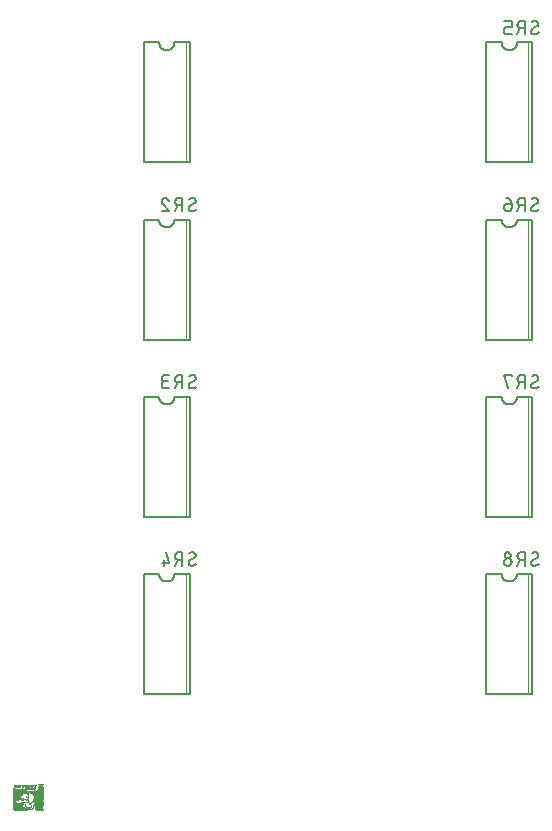
<source format=gbr>
G04 EAGLE Gerber RS-274X export*
G75*
%MOMM*%
%FSLAX34Y34*%
%LPD*%
%INSilkscreen Bottom*%
%IPPOS*%
%AMOC8*
5,1,8,0,0,1.08239X$1,22.5*%
G01*
%ADD10R,1.260000X0.010000*%
%ADD11R,0.650000X0.010000*%
%ADD12R,0.660000X0.010000*%
%ADD13R,1.250000X0.010000*%
%ADD14R,0.670000X0.010000*%
%ADD15R,1.240000X0.010000*%
%ADD16R,0.030000X0.010000*%
%ADD17R,0.080000X0.010000*%
%ADD18R,1.160000X0.010000*%
%ADD19R,0.060000X0.010000*%
%ADD20R,0.040000X0.010000*%
%ADD21R,0.050000X0.010000*%
%ADD22R,0.680000X0.010000*%
%ADD23R,1.130000X0.010000*%
%ADD24R,0.170000X0.010000*%
%ADD25R,1.120000X0.010000*%
%ADD26R,0.020000X0.010000*%
%ADD27R,0.010000X0.010000*%
%ADD28R,0.270000X0.010000*%
%ADD29R,0.070000X0.010000*%
%ADD30R,0.690000X0.010000*%
%ADD31R,0.700000X0.010000*%
%ADD32R,1.090000X0.010000*%
%ADD33R,1.020000X0.010000*%
%ADD34R,1.000000X0.010000*%
%ADD35R,0.710000X0.010000*%
%ADD36R,0.980000X0.010000*%
%ADD37R,0.970000X0.010000*%
%ADD38R,0.960000X0.010000*%
%ADD39R,0.720000X0.010000*%
%ADD40R,0.950000X0.010000*%
%ADD41R,0.120000X0.010000*%
%ADD42R,0.940000X0.010000*%
%ADD43R,0.090000X0.010000*%
%ADD44R,0.730000X0.010000*%
%ADD45R,0.930000X0.010000*%
%ADD46R,0.920000X0.010000*%
%ADD47R,0.740000X0.010000*%
%ADD48R,0.910000X0.010000*%
%ADD49R,0.750000X0.010000*%
%ADD50R,0.900000X0.010000*%
%ADD51R,0.760000X0.010000*%
%ADD52R,0.890000X0.010000*%
%ADD53R,0.770000X0.010000*%
%ADD54R,0.790000X0.010000*%
%ADD55R,0.880000X0.010000*%
%ADD56R,0.780000X0.010000*%
%ADD57R,0.610000X0.010000*%
%ADD58R,0.250000X0.010000*%
%ADD59R,0.560000X0.010000*%
%ADD60R,0.200000X0.010000*%
%ADD61R,0.550000X0.010000*%
%ADD62R,0.190000X0.010000*%
%ADD63R,0.540000X0.010000*%
%ADD64R,0.180000X0.010000*%
%ADD65R,0.530000X0.010000*%
%ADD66R,0.520000X0.010000*%
%ADD67R,0.510000X0.010000*%
%ADD68R,0.110000X0.010000*%
%ADD69R,0.500000X0.010000*%
%ADD70R,0.360000X0.010000*%
%ADD71R,0.370000X0.010000*%
%ADD72R,0.290000X0.010000*%
%ADD73R,0.310000X0.010000*%
%ADD74R,0.240000X0.010000*%
%ADD75R,0.210000X0.010000*%
%ADD76R,0.800000X0.010000*%
%ADD77R,0.220000X0.010000*%
%ADD78R,0.130000X0.010000*%
%ADD79R,0.810000X0.010000*%
%ADD80R,0.160000X0.010000*%
%ADD81R,0.150000X0.010000*%
%ADD82R,0.820000X0.010000*%
%ADD83R,0.830000X0.010000*%
%ADD84R,0.140000X0.010000*%
%ADD85R,0.840000X0.010000*%
%ADD86R,0.850000X0.010000*%
%ADD87R,0.230000X0.010000*%
%ADD88R,0.260000X0.010000*%
%ADD89R,0.870000X0.010000*%
%ADD90R,0.410000X0.010000*%
%ADD91R,0.860000X0.010000*%
%ADD92R,0.590000X0.010000*%
%ADD93R,0.100000X0.010000*%
%ADD94R,0.620000X0.010000*%
%ADD95R,0.630000X0.010000*%
%ADD96R,0.640000X0.010000*%
%ADD97R,0.990000X0.010000*%
%ADD98R,1.040000X0.010000*%
%ADD99R,1.030000X0.010000*%
%ADD100R,1.060000X0.010000*%
%ADD101R,1.080000X0.010000*%
%ADD102R,1.100000X0.010000*%
%ADD103R,1.170000X0.010000*%
%ADD104R,1.280000X0.010000*%
%ADD105R,1.290000X0.010000*%
%ADD106R,0.440000X0.010000*%
%ADD107R,0.470000X0.010000*%
%ADD108R,1.860000X0.010000*%
%ADD109R,1.870000X0.010000*%
%ADD110R,1.880000X0.010000*%
%ADD111R,1.890000X0.010000*%
%ADD112R,1.900000X0.010000*%
%ADD113R,0.600000X0.010000*%
%ADD114R,0.580000X0.010000*%
%ADD115R,0.570000X0.010000*%
%ADD116R,1.230000X0.010000*%
%ADD117R,1.070000X0.010000*%
%ADD118R,1.050000X0.010000*%
%ADD119R,1.010000X0.010000*%
%ADD120R,0.490000X0.010000*%
%ADD121R,0.480000X0.010000*%
%ADD122R,0.280000X0.010000*%
%ADD123R,0.450000X0.010000*%
%ADD124R,0.430000X0.010000*%
%ADD125R,0.420000X0.010000*%
%ADD126R,0.400000X0.010000*%
%ADD127R,0.390000X0.010000*%
%ADD128C,0.152400*%
%ADD129C,0.050800*%
%ADD130C,0.127000*%


D10*
X6250Y0D03*
D11*
X22400Y0D03*
D10*
X6250Y100D03*
D12*
X22350Y100D03*
D13*
X6200Y200D03*
D12*
X22350Y200D03*
D13*
X6200Y300D03*
D12*
X22350Y300D03*
D13*
X6200Y400D03*
D12*
X22350Y400D03*
D13*
X6200Y500D03*
D14*
X22300Y500D03*
D13*
X6200Y600D03*
D14*
X22300Y600D03*
D15*
X6150Y700D03*
D16*
X13500Y700D03*
D14*
X22300Y700D03*
D15*
X6150Y800D03*
D17*
X13550Y800D03*
D14*
X22300Y800D03*
D18*
X5750Y900D03*
D19*
X12050Y900D03*
D20*
X13250Y900D03*
X13850Y900D03*
D21*
X15700Y900D03*
D22*
X22250Y900D03*
D23*
X5600Y1000D03*
D16*
X12200Y1000D03*
X13100Y1000D03*
X13900Y1000D03*
D24*
X15400Y1000D03*
D22*
X22250Y1000D03*
D25*
X5550Y1100D03*
D26*
X12250Y1100D03*
D27*
X13000Y1100D03*
D28*
X15200Y1100D03*
D22*
X22250Y1100D03*
D25*
X5550Y1200D03*
D21*
X12400Y1200D03*
D26*
X12950Y1200D03*
D29*
X14300Y1200D03*
D19*
X16450Y1200D03*
D22*
X22250Y1200D03*
D23*
X5600Y1300D03*
D29*
X12400Y1300D03*
D16*
X13000Y1300D03*
D27*
X14100Y1300D03*
D21*
X16700Y1300D03*
D30*
X22200Y1300D03*
D23*
X5600Y1400D03*
D26*
X12150Y1400D03*
D19*
X12950Y1400D03*
D21*
X16900Y1400D03*
D30*
X22200Y1400D03*
D23*
X5600Y1500D03*
D19*
X12950Y1500D03*
D20*
X17050Y1500D03*
D31*
X22150Y1500D03*
D32*
X5400Y1600D03*
D20*
X12750Y1600D03*
D16*
X17100Y1600D03*
D31*
X22150Y1600D03*
D33*
X5050Y1700D03*
D20*
X12750Y1700D03*
D26*
X17150Y1700D03*
D31*
X22150Y1700D03*
D34*
X4950Y1800D03*
D20*
X12750Y1800D03*
D16*
X17200Y1800D03*
D35*
X22100Y1800D03*
D36*
X4850Y1900D03*
D16*
X12800Y1900D03*
D26*
X17250Y1900D03*
D35*
X22100Y1900D03*
D37*
X4800Y2000D03*
D16*
X12800Y2000D03*
D26*
X13250Y2000D03*
D16*
X17300Y2000D03*
D35*
X22100Y2000D03*
D38*
X4750Y2100D03*
D19*
X12950Y2100D03*
D26*
X17350Y2100D03*
D39*
X22050Y2100D03*
D40*
X4700Y2200D03*
D19*
X12950Y2200D03*
D41*
X14550Y2200D03*
D26*
X17350Y2200D03*
D39*
X22050Y2200D03*
D42*
X4650Y2300D03*
D20*
X12950Y2300D03*
D16*
X14100Y2300D03*
D43*
X14900Y2300D03*
D26*
X17450Y2300D03*
D44*
X22000Y2300D03*
D45*
X4600Y2400D03*
D20*
X12950Y2400D03*
D26*
X14050Y2400D03*
D21*
X15300Y2400D03*
D26*
X17450Y2400D03*
D44*
X22000Y2400D03*
D45*
X4600Y2500D03*
D21*
X11900Y2500D03*
X12900Y2500D03*
D26*
X14050Y2500D03*
D20*
X15450Y2500D03*
D26*
X17450Y2500D03*
D44*
X22000Y2500D03*
D45*
X4600Y2600D03*
D43*
X11700Y2600D03*
D26*
X12750Y2600D03*
X13050Y2600D03*
X14050Y2600D03*
D16*
X15500Y2600D03*
X17500Y2600D03*
D44*
X22000Y2600D03*
D46*
X4550Y2700D03*
D17*
X11450Y2700D03*
D29*
X12400Y2700D03*
D26*
X13150Y2700D03*
X14050Y2700D03*
D16*
X15600Y2700D03*
D26*
X17550Y2700D03*
D47*
X21950Y2700D03*
D46*
X4550Y2800D03*
D17*
X11350Y2800D03*
D21*
X12400Y2800D03*
D26*
X13250Y2800D03*
D16*
X13900Y2800D03*
X15700Y2800D03*
D26*
X17550Y2800D03*
D47*
X21950Y2800D03*
D48*
X4500Y2900D03*
D43*
X11300Y2900D03*
D17*
X13550Y2900D03*
D16*
X15700Y2900D03*
D26*
X17550Y2900D03*
D47*
X21950Y2900D03*
D48*
X4500Y3000D03*
D17*
X11250Y3000D03*
D16*
X13500Y3000D03*
X15800Y3000D03*
D26*
X17650Y3000D03*
D49*
X21900Y3000D03*
D50*
X4450Y3100D03*
D43*
X11200Y3100D03*
D26*
X15850Y3100D03*
X17650Y3100D03*
D49*
X21900Y3100D03*
D50*
X4450Y3200D03*
D43*
X11200Y3200D03*
D26*
X15850Y3200D03*
X17650Y3200D03*
D49*
X21900Y3200D03*
D50*
X4450Y3300D03*
D43*
X11100Y3300D03*
D26*
X15950Y3300D03*
X17650Y3300D03*
D49*
X21900Y3300D03*
D50*
X4450Y3400D03*
D43*
X11100Y3400D03*
D26*
X15950Y3400D03*
X17750Y3400D03*
D51*
X21850Y3400D03*
D50*
X4450Y3500D03*
D17*
X11050Y3500D03*
D26*
X15950Y3500D03*
X17750Y3500D03*
D51*
X21850Y3500D03*
D50*
X4450Y3600D03*
D17*
X11050Y3600D03*
D27*
X16000Y3600D03*
D26*
X17750Y3600D03*
D51*
X21850Y3600D03*
D52*
X4400Y3700D03*
D17*
X10950Y3700D03*
D26*
X16050Y3700D03*
X17750Y3700D03*
D51*
X21850Y3700D03*
D52*
X4400Y3800D03*
D17*
X10950Y3800D03*
D26*
X16050Y3800D03*
X17750Y3800D03*
D51*
X21850Y3800D03*
D52*
X4400Y3900D03*
D29*
X10900Y3900D03*
D26*
X16050Y3900D03*
X17750Y3900D03*
D51*
X21850Y3900D03*
D52*
X4400Y4000D03*
D29*
X10900Y4000D03*
D26*
X16050Y4000D03*
D27*
X17800Y4000D03*
D53*
X21800Y4000D03*
D52*
X4400Y4100D03*
D19*
X10850Y4100D03*
D26*
X16050Y4100D03*
D54*
X21700Y4100D03*
D52*
X4400Y4200D03*
D19*
X10850Y4200D03*
D26*
X16050Y4200D03*
D54*
X21700Y4200D03*
D52*
X4400Y4300D03*
D21*
X10800Y4300D03*
D26*
X16050Y4300D03*
D54*
X21700Y4300D03*
D52*
X4400Y4400D03*
D19*
X10750Y4400D03*
D26*
X16050Y4400D03*
D54*
X21700Y4400D03*
D52*
X4400Y4500D03*
D21*
X10700Y4500D03*
D27*
X16000Y4500D03*
D54*
X21700Y4500D03*
D55*
X4350Y4600D03*
D21*
X10700Y4600D03*
D56*
X21750Y4600D03*
D55*
X4350Y4700D03*
D20*
X10650Y4700D03*
D56*
X21750Y4700D03*
D55*
X4350Y4800D03*
D16*
X10700Y4800D03*
D56*
X21750Y4800D03*
D55*
X4350Y4900D03*
D26*
X10650Y4900D03*
D56*
X21750Y4900D03*
D55*
X4350Y5000D03*
D26*
X10650Y5000D03*
D56*
X21750Y5000D03*
D57*
X3000Y5100D03*
D58*
X7500Y5100D03*
D56*
X21750Y5100D03*
D59*
X2750Y5200D03*
D60*
X7750Y5200D03*
D56*
X21750Y5200D03*
D61*
X2700Y5300D03*
D62*
X7800Y5300D03*
D56*
X21750Y5300D03*
D63*
X2650Y5400D03*
D64*
X7850Y5400D03*
D56*
X21750Y5400D03*
D65*
X2600Y5500D03*
D64*
X7850Y5500D03*
D20*
X14550Y5500D03*
D56*
X21750Y5500D03*
D66*
X2550Y5600D03*
D27*
X6100Y5600D03*
D24*
X7900Y5600D03*
D17*
X14650Y5600D03*
D56*
X21750Y5600D03*
D67*
X2500Y5700D03*
D26*
X6050Y5700D03*
D24*
X7900Y5700D03*
D68*
X14700Y5700D03*
D56*
X21750Y5700D03*
D69*
X2450Y5800D03*
D26*
X6050Y5800D03*
D24*
X8000Y5800D03*
D16*
X14200Y5800D03*
D17*
X15050Y5800D03*
D56*
X21750Y5800D03*
D69*
X2450Y5900D03*
D26*
X6050Y5900D03*
D24*
X8000Y5900D03*
D26*
X14150Y5900D03*
D29*
X15200Y5900D03*
D56*
X21750Y5900D03*
D69*
X2450Y6000D03*
D26*
X6050Y6000D03*
D24*
X8000Y6000D03*
D16*
X14100Y6000D03*
D21*
X15400Y6000D03*
D56*
X21750Y6000D03*
D69*
X2450Y6100D03*
D26*
X6050Y6100D03*
D24*
X8000Y6100D03*
D16*
X14000Y6100D03*
D21*
X15500Y6100D03*
D56*
X21750Y6100D03*
D22*
X3350Y6200D03*
D64*
X8050Y6200D03*
D16*
X13900Y6200D03*
D21*
X15600Y6200D03*
D56*
X21750Y6200D03*
D48*
X4500Y6300D03*
D26*
X13850Y6300D03*
D21*
X15700Y6300D03*
D56*
X21750Y6300D03*
D46*
X4550Y6400D03*
D26*
X13850Y6400D03*
D20*
X15750Y6400D03*
D54*
X21700Y6400D03*
D70*
X1750Y6500D03*
D71*
X8700Y6500D03*
D26*
X13850Y6500D03*
D20*
X15850Y6500D03*
D54*
X21700Y6500D03*
D72*
X1400Y6600D03*
D73*
X10200Y6600D03*
D26*
X13850Y6600D03*
D16*
X15900Y6600D03*
D54*
X21700Y6600D03*
D74*
X1150Y6700D03*
D17*
X9850Y6700D03*
D75*
X11400Y6700D03*
D26*
X13850Y6700D03*
D16*
X16000Y6700D03*
D76*
X21650Y6700D03*
D77*
X1050Y6800D03*
D78*
X12100Y6800D03*
D27*
X13800Y6800D03*
D20*
X16050Y6800D03*
D76*
X21650Y6800D03*
D60*
X950Y6900D03*
D19*
X12450Y6900D03*
D26*
X13750Y6900D03*
D16*
X16100Y6900D03*
D79*
X21600Y6900D03*
D64*
X850Y7000D03*
D27*
X12600Y7000D03*
D26*
X13750Y7000D03*
D20*
X16150Y7000D03*
D79*
X21600Y7000D03*
D80*
X750Y7100D03*
D26*
X13750Y7100D03*
D20*
X16250Y7100D03*
D79*
X21600Y7100D03*
D81*
X700Y7200D03*
D26*
X13750Y7200D03*
D20*
X16250Y7200D03*
D82*
X21550Y7200D03*
D81*
X700Y7300D03*
D26*
X13750Y7300D03*
D20*
X16350Y7300D03*
D83*
X21500Y7300D03*
D84*
X650Y7400D03*
D26*
X13750Y7400D03*
D16*
X16400Y7400D03*
D85*
X21450Y7400D03*
D84*
X650Y7500D03*
D26*
X13750Y7500D03*
D16*
X16500Y7500D03*
D86*
X21400Y7500D03*
D78*
X600Y7600D03*
D26*
X13750Y7600D03*
D45*
X21000Y7600D03*
D41*
X550Y7700D03*
D16*
X13700Y7700D03*
D46*
X21050Y7700D03*
D41*
X550Y7800D03*
D26*
X13650Y7800D03*
D46*
X21050Y7800D03*
D62*
X900Y7900D03*
D26*
X13650Y7900D03*
D48*
X21100Y7900D03*
D87*
X1100Y8000D03*
D26*
X13650Y8000D03*
D48*
X21100Y8000D03*
D74*
X1150Y8100D03*
D26*
X13650Y8100D03*
D50*
X21150Y8100D03*
D74*
X1150Y8200D03*
D26*
X13650Y8200D03*
D50*
X21150Y8200D03*
D74*
X1150Y8300D03*
D26*
X13650Y8300D03*
D52*
X21200Y8300D03*
D74*
X1150Y8400D03*
D26*
X13650Y8400D03*
D52*
X21200Y8400D03*
D74*
X1150Y8500D03*
D16*
X8000Y8500D03*
D20*
X11850Y8500D03*
D26*
X13650Y8500D03*
D55*
X21250Y8500D03*
D74*
X1150Y8600D03*
D19*
X7950Y8600D03*
D26*
X9450Y8600D03*
D19*
X11850Y8600D03*
D27*
X13600Y8600D03*
D55*
X21250Y8600D03*
D87*
X1100Y8700D03*
D29*
X7900Y8700D03*
D20*
X9450Y8700D03*
D26*
X11550Y8700D03*
D16*
X12100Y8700D03*
D26*
X13550Y8700D03*
D55*
X21250Y8700D03*
D88*
X1250Y8800D03*
D29*
X7900Y8800D03*
D19*
X9450Y8800D03*
D26*
X11550Y8800D03*
X12150Y8800D03*
X13550Y8800D03*
D89*
X21300Y8800D03*
D90*
X2000Y8900D03*
D27*
X4200Y8900D03*
D17*
X7850Y8900D03*
D29*
X9400Y8900D03*
D26*
X11550Y8900D03*
X12150Y8900D03*
X13550Y8900D03*
D89*
X21300Y8900D03*
D63*
X2650Y9000D03*
D43*
X7800Y9000D03*
D29*
X9400Y9000D03*
D26*
X11550Y9000D03*
X12150Y9000D03*
X13550Y9000D03*
D91*
X21350Y9000D03*
D59*
X2750Y9100D03*
D43*
X7800Y9100D03*
D29*
X9400Y9100D03*
D26*
X11550Y9100D03*
D27*
X12100Y9100D03*
D26*
X13550Y9100D03*
D91*
X21350Y9100D03*
D92*
X2900Y9200D03*
D43*
X7800Y9200D03*
D17*
X9350Y9200D03*
D27*
X11500Y9200D03*
D26*
X13550Y9200D03*
D86*
X21400Y9200D03*
D57*
X3000Y9300D03*
D93*
X7750Y9300D03*
D17*
X9350Y9300D03*
D20*
X10050Y9300D03*
D27*
X13500Y9300D03*
D86*
X21400Y9300D03*
D94*
X3050Y9400D03*
D93*
X7750Y9400D03*
D84*
X9650Y9400D03*
D26*
X13450Y9400D03*
D86*
X21400Y9400D03*
D95*
X3100Y9500D03*
D93*
X7750Y9500D03*
D78*
X9600Y9500D03*
D26*
X13450Y9500D03*
D86*
X21400Y9500D03*
D96*
X3150Y9600D03*
D43*
X7700Y9600D03*
D41*
X9550Y9600D03*
D26*
X13450Y9600D03*
D85*
X21450Y9600D03*
D11*
X3200Y9700D03*
D29*
X7700Y9700D03*
D93*
X9450Y9700D03*
D26*
X13450Y9700D03*
D85*
X21450Y9700D03*
D11*
X3200Y9800D03*
D29*
X7700Y9800D03*
X9400Y9800D03*
D27*
X13400Y9800D03*
D85*
X21450Y9800D03*
D11*
X3200Y9900D03*
D20*
X7650Y9900D03*
D21*
X9300Y9900D03*
D27*
X13400Y9900D03*
D85*
X21450Y9900D03*
D12*
X3250Y10000D03*
D20*
X9150Y10000D03*
D26*
X13350Y10000D03*
D83*
X21500Y10000D03*
D12*
X3250Y10100D03*
D20*
X9050Y10100D03*
D26*
X13350Y10100D03*
D83*
X21500Y10100D03*
D12*
X3250Y10200D03*
D16*
X8900Y10200D03*
D26*
X13350Y10200D03*
D82*
X21550Y10200D03*
D12*
X3250Y10300D03*
D26*
X8850Y10300D03*
X13350Y10300D03*
D82*
X21550Y10300D03*
D12*
X3250Y10400D03*
D26*
X13350Y10400D03*
D82*
X21550Y10400D03*
D12*
X3250Y10500D03*
D26*
X13350Y10500D03*
D82*
X21550Y10500D03*
D14*
X3300Y10600D03*
D27*
X13300Y10600D03*
D79*
X21600Y10600D03*
D14*
X3300Y10700D03*
D27*
X13300Y10700D03*
D79*
X21600Y10700D03*
D14*
X3300Y10800D03*
D16*
X12100Y10800D03*
D27*
X13300Y10800D03*
D79*
X21600Y10800D03*
D14*
X3300Y10900D03*
D19*
X12050Y10900D03*
D27*
X13300Y10900D03*
D79*
X21600Y10900D03*
D14*
X3300Y11000D03*
D26*
X11850Y11000D03*
X12250Y11000D03*
X13250Y11000D03*
D79*
X21600Y11000D03*
D14*
X3300Y11100D03*
D26*
X11750Y11100D03*
X12350Y11100D03*
X13250Y11100D03*
D79*
X21600Y11100D03*
D14*
X3300Y11200D03*
D27*
X11700Y11200D03*
D26*
X12350Y11200D03*
X13250Y11200D03*
D79*
X21600Y11200D03*
D14*
X3300Y11300D03*
D26*
X11650Y11300D03*
X12350Y11300D03*
X13250Y11300D03*
D79*
X21600Y11300D03*
D14*
X3300Y11400D03*
D26*
X11650Y11400D03*
X12350Y11400D03*
X13250Y11400D03*
D79*
X21600Y11400D03*
D22*
X3350Y11500D03*
D26*
X11650Y11500D03*
D27*
X12400Y11500D03*
D26*
X13250Y11500D03*
D79*
X21600Y11500D03*
D22*
X3350Y11600D03*
D26*
X11650Y11600D03*
X13250Y11600D03*
D76*
X21650Y11600D03*
D22*
X3350Y11700D03*
D27*
X11700Y11700D03*
D26*
X13250Y11700D03*
D76*
X21650Y11700D03*
D22*
X3350Y11800D03*
D26*
X13250Y11800D03*
D76*
X21650Y11800D03*
D22*
X3350Y11900D03*
D26*
X13250Y11900D03*
D76*
X21650Y11900D03*
D30*
X3400Y12000D03*
D27*
X13200Y12000D03*
D76*
X21650Y12000D03*
D30*
X3400Y12100D03*
D27*
X13200Y12100D03*
D76*
X21650Y12100D03*
D31*
X3450Y12200D03*
D27*
X13200Y12200D03*
D79*
X21600Y12200D03*
D35*
X3500Y12300D03*
D27*
X13200Y12300D03*
D79*
X21600Y12300D03*
D35*
X3500Y12400D03*
D27*
X13200Y12400D03*
D82*
X21550Y12400D03*
D39*
X3550Y12500D03*
D26*
X13150Y12500D03*
D82*
X21550Y12500D03*
D39*
X3550Y12600D03*
D26*
X13150Y12600D03*
D83*
X21500Y12600D03*
D44*
X3600Y12700D03*
D27*
X13100Y12700D03*
D83*
X21500Y12700D03*
D47*
X3650Y12800D03*
D27*
X13100Y12800D03*
D85*
X21450Y12800D03*
D47*
X3650Y12900D03*
D27*
X13100Y12900D03*
D86*
X21400Y12900D03*
D49*
X3700Y13000D03*
D26*
X13050Y13000D03*
D86*
X21400Y13000D03*
D51*
X3750Y13100D03*
D26*
X13050Y13100D03*
D91*
X21350Y13100D03*
D53*
X3800Y13200D03*
D27*
X13000Y13200D03*
D89*
X21300Y13200D03*
D56*
X3850Y13300D03*
D27*
X13000Y13300D03*
D55*
X21250Y13300D03*
D54*
X3900Y13400D03*
D26*
X12950Y13400D03*
D52*
X21200Y13400D03*
D76*
X3950Y13500D03*
D27*
X12900Y13500D03*
D50*
X21150Y13500D03*
D79*
X4000Y13600D03*
D27*
X12900Y13600D03*
D46*
X21050Y13600D03*
D83*
X4100Y13700D03*
D26*
X12850Y13700D03*
D42*
X20950Y13700D03*
D85*
X4150Y13800D03*
D26*
X12850Y13800D03*
D40*
X20900Y13800D03*
D86*
X4200Y13900D03*
D27*
X12800Y13900D03*
D38*
X20850Y13900D03*
D89*
X4300Y14000D03*
D27*
X12800Y14000D03*
D37*
X20800Y14000D03*
D52*
X4400Y14100D03*
D26*
X12750Y14100D03*
D97*
X20700Y14100D03*
D46*
X4550Y14200D03*
D26*
X12750Y14200D03*
D34*
X20650Y14200D03*
D42*
X4650Y14300D03*
D27*
X12700Y14300D03*
D33*
X20550Y14300D03*
D37*
X4800Y14400D03*
D26*
X12650Y14400D03*
D98*
X20450Y14400D03*
D99*
X5100Y14500D03*
D16*
X12600Y14500D03*
D100*
X20350Y14500D03*
D101*
X5350Y14600D03*
D16*
X12600Y14600D03*
D101*
X20250Y14600D03*
D25*
X5550Y14700D03*
D16*
X12600Y14700D03*
D102*
X20150Y14700D03*
D103*
X5800Y14800D03*
D16*
X12600Y14800D03*
D71*
X16300Y14800D03*
D47*
X21950Y14800D03*
D104*
X6350Y14900D03*
D90*
X16200Y14900D03*
D39*
X22050Y14900D03*
D105*
X6400Y15000D03*
D106*
X16150Y15000D03*
D35*
X22100Y15000D03*
D105*
X6400Y15100D03*
D107*
X16100Y15100D03*
D30*
X22200Y15100D03*
D108*
X9250Y15200D03*
D22*
X22250Y15200D03*
D109*
X9300Y15300D03*
D14*
X22300Y15300D03*
D109*
X9300Y15400D03*
D11*
X22400Y15400D03*
D110*
X9350Y15500D03*
D96*
X22450Y15500D03*
D111*
X9400Y15600D03*
D95*
X22500Y15600D03*
D111*
X9400Y15700D03*
D94*
X22550Y15700D03*
D112*
X9450Y15800D03*
D57*
X22600Y15800D03*
D112*
X9450Y15900D03*
D113*
X22650Y15900D03*
D112*
X9450Y16000D03*
D92*
X22700Y16000D03*
D112*
X9450Y16100D03*
D114*
X22750Y16100D03*
D112*
X9450Y16200D03*
D115*
X22800Y16200D03*
D112*
X9450Y16300D03*
D115*
X22800Y16300D03*
D112*
X9450Y16400D03*
D115*
X22800Y16400D03*
D116*
X6100Y16500D03*
D78*
X18200Y16500D03*
D115*
X22800Y16500D03*
D103*
X5800Y16600D03*
D17*
X18350Y16600D03*
D115*
X22800Y16600D03*
D23*
X5600Y16700D03*
D16*
X18500Y16700D03*
D115*
X22800Y16700D03*
D117*
X5300Y16800D03*
D115*
X22800Y16800D03*
D118*
X5200Y16900D03*
D115*
X22800Y16900D03*
D99*
X5100Y17000D03*
D63*
X22950Y17000D03*
D119*
X5000Y17100D03*
D65*
X23000Y17100D03*
D97*
X4900Y17200D03*
D66*
X23050Y17200D03*
D36*
X4850Y17300D03*
D67*
X23100Y17300D03*
D37*
X4800Y17400D03*
D69*
X23150Y17400D03*
D38*
X4750Y17500D03*
D27*
X11900Y17500D03*
D78*
X13400Y17500D03*
D69*
X23150Y17500D03*
D38*
X4750Y17600D03*
D26*
X11150Y17600D03*
X11850Y17600D03*
D78*
X13300Y17600D03*
D27*
X15100Y17600D03*
D120*
X23200Y17600D03*
D40*
X4700Y17700D03*
D16*
X11100Y17700D03*
D26*
X11750Y17700D03*
X12750Y17700D03*
D16*
X13300Y17700D03*
D27*
X13700Y17700D03*
D16*
X14500Y17700D03*
D26*
X15150Y17700D03*
D16*
X15600Y17700D03*
D27*
X16400Y17700D03*
X18200Y17700D03*
D26*
X18650Y17700D03*
X19350Y17700D03*
D121*
X23250Y17700D03*
D40*
X4700Y17800D03*
D26*
X10950Y17800D03*
D27*
X11200Y17800D03*
D16*
X11700Y17800D03*
D26*
X12850Y17800D03*
D19*
X13450Y17800D03*
D16*
X14600Y17800D03*
D21*
X15300Y17800D03*
D27*
X16400Y17800D03*
D20*
X17050Y17800D03*
D26*
X17650Y17800D03*
D16*
X18100Y17800D03*
D26*
X18650Y17800D03*
D20*
X19450Y17800D03*
D121*
X23250Y17800D03*
D40*
X4700Y17900D03*
D27*
X11200Y17900D03*
D16*
X11700Y17900D03*
D93*
X13250Y17900D03*
D27*
X14700Y17900D03*
D20*
X15250Y17900D03*
D27*
X16400Y17900D03*
D21*
X17000Y17900D03*
X17800Y17900D03*
D26*
X18750Y17900D03*
D21*
X19400Y17900D03*
D121*
X23250Y17900D03*
D40*
X4700Y18000D03*
D26*
X11150Y18000D03*
X11750Y18000D03*
D27*
X12800Y18000D03*
D19*
X13350Y18000D03*
D21*
X15300Y18000D03*
D27*
X16400Y18000D03*
D19*
X17050Y18000D03*
D20*
X17750Y18000D03*
D29*
X19100Y18000D03*
D107*
X23300Y18000D03*
D122*
X1350Y18100D03*
D57*
X6300Y18100D03*
D68*
X11400Y18100D03*
D26*
X12750Y18100D03*
D16*
X13300Y18100D03*
D27*
X14400Y18100D03*
X14600Y18100D03*
D19*
X15250Y18100D03*
D27*
X16400Y18100D03*
D21*
X17000Y18100D03*
D16*
X17700Y18100D03*
D21*
X19100Y18100D03*
D107*
X23300Y18100D03*
D87*
X1100Y18200D03*
D72*
X6200Y18200D03*
D16*
X10800Y18200D03*
D29*
X11400Y18200D03*
D27*
X12700Y18200D03*
D20*
X13250Y18200D03*
D21*
X14500Y18200D03*
X15300Y18200D03*
D27*
X16400Y18200D03*
X16800Y18200D03*
X17500Y18200D03*
D26*
X17850Y18200D03*
X18950Y18200D03*
D107*
X23300Y18200D03*
D41*
X550Y18300D03*
D93*
X11250Y18300D03*
D21*
X13300Y18300D03*
D26*
X15350Y18300D03*
X16350Y18300D03*
X16750Y18300D03*
X17450Y18300D03*
D27*
X17900Y18300D03*
D16*
X19000Y18300D03*
D107*
X23300Y18300D03*
D93*
X450Y18400D03*
D26*
X10550Y18400D03*
D43*
X11500Y18400D03*
D27*
X15400Y18400D03*
X16000Y18400D03*
D26*
X16350Y18400D03*
D93*
X17150Y18400D03*
D26*
X17950Y18400D03*
X18450Y18400D03*
D20*
X18950Y18400D03*
D107*
X23300Y18400D03*
D16*
X10700Y18500D03*
D26*
X11150Y18500D03*
X11650Y18500D03*
D21*
X13000Y18500D03*
X14800Y18500D03*
D26*
X15450Y18500D03*
D20*
X16150Y18500D03*
D19*
X17050Y18500D03*
X17750Y18500D03*
D26*
X18450Y18500D03*
X19450Y18500D03*
D107*
X23300Y18500D03*
D21*
X10900Y18600D03*
D27*
X11600Y18600D03*
D93*
X13250Y18600D03*
D43*
X14600Y18600D03*
D26*
X15450Y18600D03*
D20*
X16250Y18600D03*
D26*
X16850Y18600D03*
X17550Y18600D03*
D29*
X18700Y18600D03*
D26*
X19450Y18600D03*
D107*
X23300Y18600D03*
D20*
X11050Y18700D03*
D27*
X11600Y18700D03*
D26*
X12850Y18700D03*
X13150Y18700D03*
X13450Y18700D03*
X13750Y18700D03*
D20*
X14450Y18700D03*
D26*
X14950Y18700D03*
X15450Y18700D03*
D16*
X16400Y18700D03*
D26*
X16950Y18700D03*
D27*
X17600Y18700D03*
D17*
X19150Y18700D03*
D121*
X23250Y18700D03*
D16*
X11200Y18800D03*
D26*
X12050Y18800D03*
X12850Y18800D03*
X13150Y18800D03*
D27*
X13400Y18800D03*
D26*
X13850Y18800D03*
D21*
X15200Y18800D03*
D26*
X17650Y18800D03*
D27*
X18900Y18800D03*
D121*
X23250Y18800D03*
D26*
X11350Y18900D03*
X11950Y18900D03*
D68*
X13300Y18900D03*
D16*
X15200Y18900D03*
D120*
X23200Y18900D03*
D26*
X8550Y19000D03*
D27*
X11900Y19000D03*
D93*
X13350Y19000D03*
D16*
X18900Y19000D03*
D69*
X23150Y19000D03*
D26*
X8550Y19100D03*
D21*
X18900Y19100D03*
D67*
X23100Y19100D03*
D27*
X3400Y19200D03*
D26*
X8550Y19200D03*
X18750Y19200D03*
X19150Y19200D03*
D67*
X23100Y19200D03*
D26*
X3350Y19300D03*
X5750Y19300D03*
D20*
X8550Y19300D03*
D16*
X18600Y19300D03*
D26*
X19250Y19300D03*
D67*
X23100Y19300D03*
D26*
X3350Y19400D03*
X4650Y19400D03*
X5750Y19400D03*
D17*
X8650Y19400D03*
D26*
X12450Y19400D03*
D27*
X15900Y19400D03*
D21*
X18400Y19400D03*
D26*
X19250Y19400D03*
D69*
X23150Y19400D03*
D26*
X3350Y19500D03*
D16*
X4600Y19500D03*
D26*
X5750Y19500D03*
D27*
X7000Y19500D03*
D26*
X8250Y19500D03*
D19*
X8750Y19500D03*
D26*
X12450Y19500D03*
X13450Y19500D03*
X14550Y19500D03*
X15850Y19500D03*
D16*
X18300Y19500D03*
D26*
X19350Y19500D03*
D121*
X23250Y19500D03*
D26*
X3350Y19600D03*
D20*
X4550Y19600D03*
D26*
X5750Y19600D03*
D16*
X6900Y19600D03*
D27*
X8200Y19600D03*
D26*
X8650Y19600D03*
D27*
X12100Y19600D03*
D26*
X12450Y19600D03*
X13350Y19600D03*
D16*
X14500Y19600D03*
D27*
X15900Y19600D03*
D26*
X19350Y19600D03*
D107*
X23300Y19600D03*
D27*
X2600Y19700D03*
D26*
X3350Y19700D03*
D20*
X4550Y19700D03*
D16*
X5800Y19700D03*
X6800Y19700D03*
D27*
X8200Y19700D03*
D26*
X8650Y19700D03*
D20*
X10950Y19700D03*
D26*
X12050Y19700D03*
X12450Y19700D03*
D16*
X13200Y19700D03*
D21*
X14400Y19700D03*
D26*
X15950Y19700D03*
D16*
X17000Y19700D03*
D26*
X19450Y19700D03*
D123*
X23400Y19700D03*
D84*
X2050Y19800D03*
D26*
X3350Y19800D03*
D21*
X4500Y19800D03*
D26*
X5850Y19800D03*
D16*
X6700Y19800D03*
D26*
X8250Y19800D03*
X8650Y19800D03*
D19*
X10950Y19800D03*
D16*
X12100Y19800D03*
D26*
X12450Y19800D03*
D16*
X13100Y19800D03*
D26*
X14150Y19800D03*
X14550Y19800D03*
X15950Y19800D03*
D19*
X16750Y19800D03*
D26*
X19450Y19800D03*
D106*
X23450Y19800D03*
D26*
X1350Y19900D03*
D20*
X2450Y19900D03*
D80*
X3950Y19900D03*
D26*
X5850Y19900D03*
X6550Y19900D03*
X8250Y19900D03*
X8750Y19900D03*
D27*
X9400Y19900D03*
D26*
X10750Y19900D03*
D16*
X11200Y19900D03*
D26*
X12150Y19900D03*
D27*
X12400Y19900D03*
D20*
X12950Y19900D03*
D26*
X14550Y19900D03*
D29*
X16200Y19900D03*
D26*
X19450Y19900D03*
D124*
X23500Y19900D03*
D27*
X1300Y20000D03*
D16*
X2500Y20000D03*
D81*
X4000Y20000D03*
D26*
X5850Y20000D03*
D16*
X6400Y20000D03*
D19*
X8050Y20000D03*
D16*
X8800Y20000D03*
D20*
X9250Y20000D03*
D26*
X10750Y20000D03*
X11250Y20000D03*
D20*
X12350Y20000D03*
D16*
X12800Y20000D03*
D26*
X14550Y20000D03*
D21*
X16000Y20000D03*
D26*
X19450Y20000D03*
D125*
X23550Y20000D03*
D27*
X1300Y20100D03*
D26*
X2550Y20100D03*
D27*
X3300Y20100D03*
D16*
X4600Y20100D03*
D26*
X5850Y20100D03*
D16*
X6300Y20100D03*
D80*
X8550Y20100D03*
D27*
X10700Y20100D03*
X11300Y20100D03*
D19*
X12450Y20100D03*
D26*
X14550Y20100D03*
D17*
X15750Y20100D03*
D19*
X16750Y20100D03*
D26*
X17650Y20100D03*
X19450Y20100D03*
D90*
X23600Y20100D03*
D27*
X1300Y20200D03*
D26*
X2550Y20200D03*
D27*
X3300Y20200D03*
D16*
X4600Y20200D03*
D21*
X6100Y20200D03*
D16*
X8300Y20200D03*
D26*
X8850Y20200D03*
X10650Y20200D03*
X11350Y20200D03*
D20*
X12450Y20200D03*
D43*
X14200Y20200D03*
D27*
X15400Y20200D03*
D26*
X16050Y20200D03*
D84*
X17150Y20200D03*
D26*
X19350Y20200D03*
D90*
X23600Y20200D03*
D27*
X1300Y20300D03*
D16*
X2500Y20300D03*
D26*
X3350Y20300D03*
D21*
X4500Y20300D03*
D16*
X6000Y20300D03*
D26*
X8350Y20300D03*
D27*
X8900Y20300D03*
D26*
X10650Y20300D03*
X11350Y20300D03*
D16*
X12400Y20300D03*
D84*
X14450Y20300D03*
D26*
X16150Y20300D03*
X16950Y20300D03*
D21*
X17500Y20300D03*
D16*
X19300Y20300D03*
D126*
X23650Y20300D03*
D81*
X1900Y20400D03*
X3900Y20400D03*
D43*
X5700Y20400D03*
D27*
X6700Y20400D03*
D26*
X6950Y20400D03*
D21*
X8300Y20400D03*
D19*
X8950Y20400D03*
D26*
X10650Y20400D03*
X11350Y20400D03*
D16*
X12400Y20400D03*
D26*
X14550Y20400D03*
X15050Y20400D03*
X16150Y20400D03*
X16950Y20400D03*
D20*
X19150Y20400D03*
D126*
X23650Y20400D03*
D80*
X1950Y20500D03*
D81*
X3900Y20500D03*
D64*
X6150Y20500D03*
D81*
X8700Y20500D03*
D26*
X10650Y20500D03*
X11350Y20500D03*
D16*
X12500Y20500D03*
D26*
X14550Y20500D03*
X16150Y20500D03*
X16950Y20500D03*
D16*
X19100Y20500D03*
D126*
X23650Y20500D03*
D26*
X1250Y20600D03*
X2650Y20600D03*
X3350Y20600D03*
X4550Y20600D03*
X6050Y20600D03*
D80*
X8750Y20600D03*
D26*
X10650Y20600D03*
D27*
X11300Y20600D03*
D20*
X12550Y20600D03*
D26*
X14550Y20600D03*
X16150Y20600D03*
D19*
X16750Y20600D03*
D16*
X19200Y20600D03*
D126*
X23650Y20600D03*
D26*
X1250Y20700D03*
X2650Y20700D03*
D27*
X3300Y20700D03*
D26*
X4550Y20700D03*
X6050Y20700D03*
X8050Y20700D03*
X8350Y20700D03*
X8750Y20700D03*
X9450Y20700D03*
X10650Y20700D03*
X11250Y20700D03*
D84*
X12450Y20700D03*
D26*
X14550Y20700D03*
D16*
X16100Y20700D03*
D93*
X16850Y20700D03*
D20*
X19350Y20700D03*
D126*
X23650Y20700D03*
D26*
X1250Y20800D03*
D16*
X2600Y20800D03*
D27*
X3300Y20800D03*
D26*
X4550Y20800D03*
X6050Y20800D03*
X8050Y20800D03*
X8350Y20800D03*
X8750Y20800D03*
X9450Y20800D03*
D16*
X10700Y20800D03*
D26*
X11150Y20800D03*
D78*
X12400Y20800D03*
D93*
X14150Y20800D03*
D16*
X15100Y20800D03*
D20*
X15950Y20800D03*
D26*
X16950Y20800D03*
D27*
X17200Y20800D03*
D16*
X19500Y20800D03*
D127*
X23700Y20800D03*
D81*
X1900Y20900D03*
D26*
X3350Y20900D03*
D16*
X4500Y20900D03*
D27*
X6100Y20900D03*
X8000Y20900D03*
D26*
X8350Y20900D03*
X8750Y20900D03*
D16*
X9400Y20900D03*
D19*
X10850Y20900D03*
D21*
X12500Y20900D03*
D81*
X14500Y20900D03*
D16*
X15900Y20900D03*
D26*
X16950Y20900D03*
D16*
X19600Y20900D03*
D127*
X23700Y20900D03*
D17*
X1550Y21000D03*
D16*
X2300Y21000D03*
D84*
X3850Y21000D03*
D26*
X6150Y21000D03*
D27*
X6800Y21000D03*
D26*
X8050Y21000D03*
D41*
X8850Y21000D03*
D26*
X10650Y21000D03*
D16*
X12400Y21000D03*
D26*
X12750Y21000D03*
X14550Y21000D03*
D16*
X15900Y21000D03*
D26*
X16950Y21000D03*
D20*
X19650Y21000D03*
D127*
X23700Y21000D03*
D84*
X3750Y21100D03*
D26*
X6150Y21100D03*
D16*
X6800Y21100D03*
D78*
X8600Y21100D03*
D21*
X12300Y21100D03*
D26*
X12750Y21100D03*
X14550Y21100D03*
D16*
X16000Y21100D03*
D26*
X16950Y21100D03*
D68*
X19200Y21100D03*
D127*
X23700Y21100D03*
D26*
X3350Y21200D03*
D27*
X3800Y21200D03*
D20*
X4150Y21200D03*
D81*
X6200Y21200D03*
D29*
X8500Y21200D03*
D26*
X12150Y21200D03*
X12450Y21200D03*
X12850Y21200D03*
D27*
X14500Y21200D03*
D16*
X16100Y21200D03*
D19*
X16750Y21200D03*
D26*
X17450Y21200D03*
D16*
X18800Y21200D03*
X19300Y21200D03*
D127*
X23700Y21200D03*
D84*
X6050Y21300D03*
D26*
X8350Y21300D03*
D27*
X8700Y21300D03*
D26*
X12050Y21300D03*
X12450Y21300D03*
D16*
X12900Y21300D03*
D26*
X16150Y21300D03*
D41*
X17050Y21300D03*
D127*
X23700Y21300D03*
D27*
X8300Y21400D03*
X8700Y21400D03*
X12000Y21400D03*
D26*
X12450Y21400D03*
D16*
X13000Y21400D03*
D17*
X15850Y21400D03*
D26*
X17450Y21400D03*
D127*
X23700Y21400D03*
D26*
X7850Y21500D03*
X8250Y21500D03*
D20*
X8850Y21500D03*
D26*
X11950Y21500D03*
X12450Y21500D03*
D16*
X13100Y21500D03*
D20*
X15950Y21500D03*
D126*
X23650Y21500D03*
D68*
X8400Y21600D03*
D26*
X12450Y21600D03*
X13150Y21600D03*
D126*
X23650Y21600D03*
D26*
X8250Y21700D03*
X12450Y21700D03*
D27*
X13200Y21700D03*
D126*
X23650Y21700D03*
X23650Y21800D03*
X23650Y21900D03*
D90*
X23600Y22000D03*
X23600Y22100D03*
D125*
X23550Y22200D03*
D124*
X23500Y22300D03*
D128*
X110442Y549200D02*
X110442Y650800D01*
X149558Y650800D02*
X149558Y549200D01*
X110442Y549200D01*
X123650Y650800D02*
X123652Y650642D01*
X123658Y650483D01*
X123668Y650325D01*
X123682Y650168D01*
X123699Y650010D01*
X123721Y649854D01*
X123746Y649697D01*
X123776Y649542D01*
X123809Y649387D01*
X123846Y649233D01*
X123887Y649080D01*
X123932Y648928D01*
X123981Y648778D01*
X124033Y648628D01*
X124089Y648480D01*
X124149Y648333D01*
X124212Y648188D01*
X124279Y648045D01*
X124349Y647903D01*
X124423Y647763D01*
X124501Y647625D01*
X124582Y647489D01*
X124666Y647355D01*
X124753Y647223D01*
X124844Y647093D01*
X124938Y646966D01*
X125035Y646841D01*
X125136Y646718D01*
X125239Y646598D01*
X125345Y646481D01*
X125454Y646366D01*
X125566Y646254D01*
X125681Y646145D01*
X125798Y646039D01*
X125918Y645936D01*
X126041Y645835D01*
X126166Y645738D01*
X126293Y645644D01*
X126423Y645553D01*
X126555Y645466D01*
X126689Y645382D01*
X126825Y645301D01*
X126963Y645223D01*
X127103Y645149D01*
X127245Y645079D01*
X127388Y645012D01*
X127533Y644949D01*
X127680Y644889D01*
X127828Y644833D01*
X127978Y644781D01*
X128128Y644732D01*
X128280Y644687D01*
X128433Y644646D01*
X128587Y644609D01*
X128742Y644576D01*
X128897Y644546D01*
X129054Y644521D01*
X129210Y644499D01*
X129368Y644482D01*
X129525Y644468D01*
X129683Y644458D01*
X129842Y644452D01*
X130000Y644450D01*
X130158Y644452D01*
X130317Y644458D01*
X130475Y644468D01*
X130632Y644482D01*
X130790Y644499D01*
X130946Y644521D01*
X131103Y644546D01*
X131258Y644576D01*
X131413Y644609D01*
X131567Y644646D01*
X131720Y644687D01*
X131872Y644732D01*
X132022Y644781D01*
X132172Y644833D01*
X132320Y644889D01*
X132467Y644949D01*
X132612Y645012D01*
X132755Y645079D01*
X132897Y645149D01*
X133037Y645223D01*
X133175Y645301D01*
X133311Y645382D01*
X133445Y645466D01*
X133577Y645553D01*
X133707Y645644D01*
X133834Y645738D01*
X133959Y645835D01*
X134082Y645936D01*
X134202Y646039D01*
X134319Y646145D01*
X134434Y646254D01*
X134546Y646366D01*
X134655Y646481D01*
X134761Y646598D01*
X134864Y646718D01*
X134965Y646841D01*
X135062Y646966D01*
X135156Y647093D01*
X135247Y647223D01*
X135334Y647355D01*
X135418Y647489D01*
X135499Y647625D01*
X135577Y647763D01*
X135651Y647903D01*
X135721Y648045D01*
X135788Y648188D01*
X135851Y648333D01*
X135911Y648480D01*
X135967Y648628D01*
X136019Y648778D01*
X136068Y648928D01*
X136113Y649080D01*
X136154Y649233D01*
X136191Y649387D01*
X136224Y649542D01*
X136254Y649697D01*
X136279Y649854D01*
X136301Y650010D01*
X136318Y650168D01*
X136332Y650325D01*
X136342Y650483D01*
X136348Y650642D01*
X136350Y650800D01*
D129*
X146002Y650800D02*
X146002Y549200D01*
D128*
X149558Y650800D02*
X136350Y650800D01*
X123650Y650800D02*
X110442Y650800D01*
X110442Y500800D02*
X110442Y399200D01*
X149558Y399200D02*
X149558Y500800D01*
X149558Y399200D02*
X110442Y399200D01*
X123650Y500800D02*
X123652Y500642D01*
X123658Y500483D01*
X123668Y500325D01*
X123682Y500168D01*
X123699Y500010D01*
X123721Y499854D01*
X123746Y499697D01*
X123776Y499542D01*
X123809Y499387D01*
X123846Y499233D01*
X123887Y499080D01*
X123932Y498928D01*
X123981Y498778D01*
X124033Y498628D01*
X124089Y498480D01*
X124149Y498333D01*
X124212Y498188D01*
X124279Y498045D01*
X124349Y497903D01*
X124423Y497763D01*
X124501Y497625D01*
X124582Y497489D01*
X124666Y497355D01*
X124753Y497223D01*
X124844Y497093D01*
X124938Y496966D01*
X125035Y496841D01*
X125136Y496718D01*
X125239Y496598D01*
X125345Y496481D01*
X125454Y496366D01*
X125566Y496254D01*
X125681Y496145D01*
X125798Y496039D01*
X125918Y495936D01*
X126041Y495835D01*
X126166Y495738D01*
X126293Y495644D01*
X126423Y495553D01*
X126555Y495466D01*
X126689Y495382D01*
X126825Y495301D01*
X126963Y495223D01*
X127103Y495149D01*
X127245Y495079D01*
X127388Y495012D01*
X127533Y494949D01*
X127680Y494889D01*
X127828Y494833D01*
X127978Y494781D01*
X128128Y494732D01*
X128280Y494687D01*
X128433Y494646D01*
X128587Y494609D01*
X128742Y494576D01*
X128897Y494546D01*
X129054Y494521D01*
X129210Y494499D01*
X129368Y494482D01*
X129525Y494468D01*
X129683Y494458D01*
X129842Y494452D01*
X130000Y494450D01*
X130158Y494452D01*
X130317Y494458D01*
X130475Y494468D01*
X130632Y494482D01*
X130790Y494499D01*
X130946Y494521D01*
X131103Y494546D01*
X131258Y494576D01*
X131413Y494609D01*
X131567Y494646D01*
X131720Y494687D01*
X131872Y494732D01*
X132022Y494781D01*
X132172Y494833D01*
X132320Y494889D01*
X132467Y494949D01*
X132612Y495012D01*
X132755Y495079D01*
X132897Y495149D01*
X133037Y495223D01*
X133175Y495301D01*
X133311Y495382D01*
X133445Y495466D01*
X133577Y495553D01*
X133707Y495644D01*
X133834Y495738D01*
X133959Y495835D01*
X134082Y495936D01*
X134202Y496039D01*
X134319Y496145D01*
X134434Y496254D01*
X134546Y496366D01*
X134655Y496481D01*
X134761Y496598D01*
X134864Y496718D01*
X134965Y496841D01*
X135062Y496966D01*
X135156Y497093D01*
X135247Y497223D01*
X135334Y497355D01*
X135418Y497489D01*
X135499Y497625D01*
X135577Y497763D01*
X135651Y497903D01*
X135721Y498045D01*
X135788Y498188D01*
X135851Y498333D01*
X135911Y498480D01*
X135967Y498628D01*
X136019Y498778D01*
X136068Y498928D01*
X136113Y499080D01*
X136154Y499233D01*
X136191Y499387D01*
X136224Y499542D01*
X136254Y499697D01*
X136279Y499854D01*
X136301Y500010D01*
X136318Y500168D01*
X136332Y500325D01*
X136342Y500483D01*
X136348Y500642D01*
X136350Y500800D01*
D129*
X146002Y500800D02*
X146002Y399200D01*
D128*
X149558Y500800D02*
X136350Y500800D01*
X123650Y500800D02*
X110442Y500800D01*
D130*
X148451Y510443D02*
X148453Y510343D01*
X148459Y510243D01*
X148469Y510144D01*
X148482Y510045D01*
X148500Y509946D01*
X148521Y509849D01*
X148547Y509752D01*
X148576Y509656D01*
X148608Y509562D01*
X148645Y509469D01*
X148685Y509377D01*
X148728Y509287D01*
X148776Y509199D01*
X148826Y509113D01*
X148880Y509029D01*
X148937Y508946D01*
X148998Y508867D01*
X149061Y508790D01*
X149127Y508715D01*
X149197Y508643D01*
X149269Y508573D01*
X149344Y508507D01*
X149421Y508444D01*
X149500Y508383D01*
X149583Y508326D01*
X149667Y508272D01*
X149753Y508222D01*
X149841Y508174D01*
X149931Y508131D01*
X150023Y508091D01*
X150116Y508054D01*
X150210Y508022D01*
X150306Y507993D01*
X150403Y507967D01*
X150500Y507946D01*
X150599Y507928D01*
X150698Y507915D01*
X150797Y507905D01*
X150897Y507899D01*
X150997Y507897D01*
X150997Y507898D02*
X151139Y507900D01*
X151280Y507905D01*
X151421Y507915D01*
X151562Y507928D01*
X151703Y507944D01*
X151843Y507965D01*
X151982Y507989D01*
X152121Y508017D01*
X152259Y508048D01*
X152396Y508083D01*
X152532Y508122D01*
X152667Y508164D01*
X152801Y508210D01*
X152934Y508259D01*
X153065Y508312D01*
X153195Y508368D01*
X153323Y508427D01*
X153450Y508490D01*
X153575Y508556D01*
X153698Y508626D01*
X153820Y508699D01*
X153939Y508774D01*
X154057Y508853D01*
X154172Y508936D01*
X154285Y509021D01*
X154396Y509109D01*
X154504Y509199D01*
X154611Y509293D01*
X154714Y509390D01*
X154815Y509489D01*
X154497Y516807D02*
X154495Y516907D01*
X154489Y517007D01*
X154479Y517106D01*
X154466Y517205D01*
X154448Y517304D01*
X154427Y517401D01*
X154401Y517498D01*
X154372Y517594D01*
X154340Y517688D01*
X154303Y517781D01*
X154263Y517873D01*
X154220Y517963D01*
X154172Y518051D01*
X154122Y518137D01*
X154068Y518221D01*
X154011Y518304D01*
X153950Y518383D01*
X153887Y518460D01*
X153821Y518535D01*
X153751Y518607D01*
X153679Y518677D01*
X153604Y518743D01*
X153527Y518806D01*
X153448Y518867D01*
X153365Y518924D01*
X153281Y518978D01*
X153195Y519028D01*
X153107Y519076D01*
X153017Y519119D01*
X152925Y519159D01*
X152832Y519196D01*
X152738Y519228D01*
X152642Y519257D01*
X152545Y519283D01*
X152448Y519304D01*
X152349Y519322D01*
X152250Y519335D01*
X152151Y519345D01*
X152051Y519351D01*
X151951Y519353D01*
X151817Y519351D01*
X151684Y519346D01*
X151551Y519336D01*
X151418Y519323D01*
X151285Y519306D01*
X151154Y519286D01*
X151022Y519262D01*
X150892Y519234D01*
X150762Y519202D01*
X150633Y519167D01*
X150505Y519129D01*
X150378Y519087D01*
X150253Y519041D01*
X150129Y518992D01*
X150006Y518939D01*
X149885Y518883D01*
X149765Y518823D01*
X149648Y518760D01*
X149532Y518694D01*
X149417Y518625D01*
X149305Y518553D01*
X149195Y518477D01*
X149087Y518398D01*
X153224Y514580D02*
X153309Y514632D01*
X153392Y514687D01*
X153472Y514746D01*
X153550Y514807D01*
X153626Y514872D01*
X153699Y514939D01*
X153769Y515009D01*
X153837Y515082D01*
X153902Y515157D01*
X153964Y515235D01*
X154023Y515315D01*
X154079Y515397D01*
X154131Y515482D01*
X154181Y515568D01*
X154227Y515656D01*
X154269Y515746D01*
X154308Y515837D01*
X154344Y515930D01*
X154376Y516024D01*
X154404Y516120D01*
X154428Y516216D01*
X154449Y516313D01*
X154466Y516411D01*
X154480Y516509D01*
X154489Y516608D01*
X154495Y516708D01*
X154497Y516807D01*
X149725Y512670D02*
X149640Y512618D01*
X149557Y512563D01*
X149477Y512504D01*
X149399Y512443D01*
X149323Y512378D01*
X149250Y512311D01*
X149180Y512241D01*
X149112Y512168D01*
X149047Y512093D01*
X148985Y512015D01*
X148926Y511935D01*
X148870Y511853D01*
X148818Y511768D01*
X148768Y511682D01*
X148722Y511594D01*
X148680Y511504D01*
X148641Y511413D01*
X148605Y511320D01*
X148573Y511226D01*
X148545Y511130D01*
X148521Y511034D01*
X148500Y510937D01*
X148483Y510839D01*
X148469Y510741D01*
X148460Y510642D01*
X148454Y510542D01*
X148452Y510443D01*
X149724Y512671D02*
X153224Y514580D01*
X143280Y519353D02*
X143280Y507898D01*
X143280Y519353D02*
X140098Y519353D01*
X139987Y519351D01*
X139876Y519345D01*
X139765Y519336D01*
X139655Y519322D01*
X139545Y519305D01*
X139436Y519283D01*
X139328Y519258D01*
X139221Y519230D01*
X139115Y519197D01*
X139010Y519161D01*
X138906Y519121D01*
X138804Y519078D01*
X138703Y519031D01*
X138604Y518981D01*
X138507Y518927D01*
X138412Y518869D01*
X138319Y518809D01*
X138228Y518745D01*
X138139Y518678D01*
X138053Y518609D01*
X137969Y518536D01*
X137888Y518460D01*
X137809Y518381D01*
X137733Y518300D01*
X137660Y518216D01*
X137591Y518130D01*
X137524Y518041D01*
X137460Y517950D01*
X137400Y517857D01*
X137342Y517762D01*
X137288Y517665D01*
X137238Y517566D01*
X137191Y517465D01*
X137148Y517363D01*
X137108Y517259D01*
X137072Y517154D01*
X137039Y517048D01*
X137011Y516941D01*
X136986Y516833D01*
X136964Y516724D01*
X136947Y516614D01*
X136933Y516504D01*
X136924Y516393D01*
X136918Y516282D01*
X136916Y516171D01*
X136918Y516060D01*
X136924Y515949D01*
X136933Y515838D01*
X136947Y515728D01*
X136964Y515618D01*
X136986Y515509D01*
X137011Y515401D01*
X137039Y515294D01*
X137072Y515188D01*
X137108Y515083D01*
X137148Y514979D01*
X137191Y514877D01*
X137238Y514776D01*
X137288Y514677D01*
X137342Y514580D01*
X137400Y514485D01*
X137460Y514392D01*
X137524Y514301D01*
X137591Y514212D01*
X137660Y514126D01*
X137733Y514042D01*
X137809Y513961D01*
X137888Y513882D01*
X137969Y513806D01*
X138053Y513733D01*
X138139Y513664D01*
X138228Y513597D01*
X138319Y513533D01*
X138412Y513473D01*
X138507Y513415D01*
X138604Y513361D01*
X138703Y513311D01*
X138804Y513264D01*
X138906Y513221D01*
X139010Y513181D01*
X139115Y513145D01*
X139221Y513112D01*
X139328Y513084D01*
X139436Y513059D01*
X139545Y513037D01*
X139655Y513020D01*
X139765Y513006D01*
X139876Y512997D01*
X139987Y512991D01*
X140098Y512989D01*
X143280Y512989D01*
X139461Y512989D02*
X136916Y507898D01*
X125546Y516489D02*
X125548Y516594D01*
X125554Y516698D01*
X125563Y516802D01*
X125577Y516906D01*
X125594Y517009D01*
X125615Y517112D01*
X125639Y517213D01*
X125667Y517314D01*
X125699Y517414D01*
X125735Y517512D01*
X125774Y517609D01*
X125817Y517705D01*
X125863Y517799D01*
X125912Y517891D01*
X125965Y517981D01*
X126021Y518069D01*
X126081Y518155D01*
X126143Y518239D01*
X126209Y518321D01*
X126277Y518400D01*
X126348Y518477D01*
X126422Y518551D01*
X126499Y518622D01*
X126578Y518690D01*
X126660Y518756D01*
X126744Y518818D01*
X126830Y518878D01*
X126918Y518934D01*
X127008Y518987D01*
X127100Y519036D01*
X127194Y519082D01*
X127290Y519125D01*
X127387Y519164D01*
X127485Y519200D01*
X127585Y519232D01*
X127686Y519260D01*
X127787Y519284D01*
X127890Y519305D01*
X127993Y519322D01*
X128097Y519336D01*
X128201Y519345D01*
X128305Y519351D01*
X128410Y519353D01*
X128529Y519351D01*
X128647Y519345D01*
X128765Y519336D01*
X128883Y519322D01*
X129001Y519305D01*
X129117Y519284D01*
X129233Y519260D01*
X129349Y519231D01*
X129463Y519199D01*
X129576Y519163D01*
X129688Y519124D01*
X129798Y519081D01*
X129907Y519034D01*
X130015Y518984D01*
X130121Y518931D01*
X130225Y518874D01*
X130327Y518814D01*
X130428Y518750D01*
X130526Y518684D01*
X130622Y518614D01*
X130715Y518541D01*
X130806Y518465D01*
X130895Y518387D01*
X130981Y518305D01*
X131065Y518221D01*
X131146Y518134D01*
X131223Y518044D01*
X131298Y517953D01*
X131370Y517858D01*
X131439Y517762D01*
X131505Y517663D01*
X131568Y517562D01*
X131627Y517459D01*
X131683Y517355D01*
X131735Y517248D01*
X131784Y517140D01*
X131830Y517031D01*
X131872Y516920D01*
X131910Y516808D01*
X126501Y514262D02*
X126424Y514338D01*
X126349Y514416D01*
X126278Y514498D01*
X126209Y514581D01*
X126143Y514667D01*
X126081Y514756D01*
X126021Y514846D01*
X125965Y514939D01*
X125912Y515033D01*
X125863Y515130D01*
X125816Y515228D01*
X125774Y515327D01*
X125735Y515428D01*
X125699Y515531D01*
X125667Y515634D01*
X125639Y515739D01*
X125614Y515844D01*
X125594Y515950D01*
X125576Y516057D01*
X125563Y516165D01*
X125554Y516273D01*
X125548Y516381D01*
X125546Y516489D01*
X126501Y514262D02*
X131910Y507898D01*
X125546Y507898D01*
D128*
X110442Y350800D02*
X110442Y249200D01*
X149558Y249200D02*
X149558Y350800D01*
X149558Y249200D02*
X110442Y249200D01*
X123650Y350800D02*
X123652Y350642D01*
X123658Y350483D01*
X123668Y350325D01*
X123682Y350168D01*
X123699Y350010D01*
X123721Y349854D01*
X123746Y349697D01*
X123776Y349542D01*
X123809Y349387D01*
X123846Y349233D01*
X123887Y349080D01*
X123932Y348928D01*
X123981Y348778D01*
X124033Y348628D01*
X124089Y348480D01*
X124149Y348333D01*
X124212Y348188D01*
X124279Y348045D01*
X124349Y347903D01*
X124423Y347763D01*
X124501Y347625D01*
X124582Y347489D01*
X124666Y347355D01*
X124753Y347223D01*
X124844Y347093D01*
X124938Y346966D01*
X125035Y346841D01*
X125136Y346718D01*
X125239Y346598D01*
X125345Y346481D01*
X125454Y346366D01*
X125566Y346254D01*
X125681Y346145D01*
X125798Y346039D01*
X125918Y345936D01*
X126041Y345835D01*
X126166Y345738D01*
X126293Y345644D01*
X126423Y345553D01*
X126555Y345466D01*
X126689Y345382D01*
X126825Y345301D01*
X126963Y345223D01*
X127103Y345149D01*
X127245Y345079D01*
X127388Y345012D01*
X127533Y344949D01*
X127680Y344889D01*
X127828Y344833D01*
X127978Y344781D01*
X128128Y344732D01*
X128280Y344687D01*
X128433Y344646D01*
X128587Y344609D01*
X128742Y344576D01*
X128897Y344546D01*
X129054Y344521D01*
X129210Y344499D01*
X129368Y344482D01*
X129525Y344468D01*
X129683Y344458D01*
X129842Y344452D01*
X130000Y344450D01*
X130158Y344452D01*
X130317Y344458D01*
X130475Y344468D01*
X130632Y344482D01*
X130790Y344499D01*
X130946Y344521D01*
X131103Y344546D01*
X131258Y344576D01*
X131413Y344609D01*
X131567Y344646D01*
X131720Y344687D01*
X131872Y344732D01*
X132022Y344781D01*
X132172Y344833D01*
X132320Y344889D01*
X132467Y344949D01*
X132612Y345012D01*
X132755Y345079D01*
X132897Y345149D01*
X133037Y345223D01*
X133175Y345301D01*
X133311Y345382D01*
X133445Y345466D01*
X133577Y345553D01*
X133707Y345644D01*
X133834Y345738D01*
X133959Y345835D01*
X134082Y345936D01*
X134202Y346039D01*
X134319Y346145D01*
X134434Y346254D01*
X134546Y346366D01*
X134655Y346481D01*
X134761Y346598D01*
X134864Y346718D01*
X134965Y346841D01*
X135062Y346966D01*
X135156Y347093D01*
X135247Y347223D01*
X135334Y347355D01*
X135418Y347489D01*
X135499Y347625D01*
X135577Y347763D01*
X135651Y347903D01*
X135721Y348045D01*
X135788Y348188D01*
X135851Y348333D01*
X135911Y348480D01*
X135967Y348628D01*
X136019Y348778D01*
X136068Y348928D01*
X136113Y349080D01*
X136154Y349233D01*
X136191Y349387D01*
X136224Y349542D01*
X136254Y349697D01*
X136279Y349854D01*
X136301Y350010D01*
X136318Y350168D01*
X136332Y350325D01*
X136342Y350483D01*
X136348Y350642D01*
X136350Y350800D01*
D129*
X146002Y350800D02*
X146002Y249200D01*
D128*
X149558Y350800D02*
X136350Y350800D01*
X123650Y350800D02*
X110442Y350800D01*
D130*
X148451Y360443D02*
X148453Y360343D01*
X148459Y360243D01*
X148469Y360144D01*
X148482Y360045D01*
X148500Y359946D01*
X148521Y359849D01*
X148547Y359752D01*
X148576Y359656D01*
X148608Y359562D01*
X148645Y359469D01*
X148685Y359377D01*
X148728Y359287D01*
X148776Y359199D01*
X148826Y359113D01*
X148880Y359029D01*
X148937Y358946D01*
X148998Y358867D01*
X149061Y358790D01*
X149127Y358715D01*
X149197Y358643D01*
X149269Y358573D01*
X149344Y358507D01*
X149421Y358444D01*
X149500Y358383D01*
X149583Y358326D01*
X149667Y358272D01*
X149753Y358222D01*
X149841Y358174D01*
X149931Y358131D01*
X150023Y358091D01*
X150116Y358054D01*
X150210Y358022D01*
X150306Y357993D01*
X150403Y357967D01*
X150500Y357946D01*
X150599Y357928D01*
X150698Y357915D01*
X150797Y357905D01*
X150897Y357899D01*
X150997Y357897D01*
X150997Y357898D02*
X151139Y357900D01*
X151280Y357905D01*
X151421Y357915D01*
X151562Y357928D01*
X151703Y357944D01*
X151843Y357965D01*
X151982Y357989D01*
X152121Y358017D01*
X152259Y358048D01*
X152396Y358083D01*
X152532Y358122D01*
X152667Y358164D01*
X152801Y358210D01*
X152934Y358259D01*
X153065Y358312D01*
X153195Y358368D01*
X153323Y358427D01*
X153450Y358490D01*
X153575Y358556D01*
X153698Y358626D01*
X153820Y358699D01*
X153939Y358774D01*
X154057Y358853D01*
X154172Y358936D01*
X154285Y359021D01*
X154396Y359109D01*
X154504Y359199D01*
X154611Y359293D01*
X154714Y359390D01*
X154815Y359489D01*
X154497Y366807D02*
X154495Y366907D01*
X154489Y367007D01*
X154479Y367106D01*
X154466Y367205D01*
X154448Y367304D01*
X154427Y367401D01*
X154401Y367498D01*
X154372Y367594D01*
X154340Y367688D01*
X154303Y367781D01*
X154263Y367873D01*
X154220Y367963D01*
X154172Y368051D01*
X154122Y368137D01*
X154068Y368221D01*
X154011Y368304D01*
X153950Y368383D01*
X153887Y368460D01*
X153821Y368535D01*
X153751Y368607D01*
X153679Y368677D01*
X153604Y368743D01*
X153527Y368806D01*
X153448Y368867D01*
X153365Y368924D01*
X153281Y368978D01*
X153195Y369028D01*
X153107Y369076D01*
X153017Y369119D01*
X152925Y369159D01*
X152832Y369196D01*
X152738Y369228D01*
X152642Y369257D01*
X152545Y369283D01*
X152448Y369304D01*
X152349Y369322D01*
X152250Y369335D01*
X152151Y369345D01*
X152051Y369351D01*
X151951Y369353D01*
X151817Y369351D01*
X151684Y369346D01*
X151551Y369336D01*
X151418Y369323D01*
X151285Y369306D01*
X151154Y369286D01*
X151022Y369262D01*
X150892Y369234D01*
X150762Y369202D01*
X150633Y369167D01*
X150505Y369129D01*
X150378Y369087D01*
X150253Y369041D01*
X150129Y368992D01*
X150006Y368939D01*
X149885Y368883D01*
X149765Y368823D01*
X149648Y368760D01*
X149532Y368694D01*
X149417Y368625D01*
X149305Y368553D01*
X149195Y368477D01*
X149087Y368398D01*
X153224Y364580D02*
X153309Y364632D01*
X153392Y364687D01*
X153472Y364746D01*
X153550Y364807D01*
X153626Y364872D01*
X153699Y364939D01*
X153769Y365009D01*
X153837Y365082D01*
X153902Y365157D01*
X153964Y365235D01*
X154023Y365315D01*
X154079Y365397D01*
X154131Y365482D01*
X154181Y365568D01*
X154227Y365656D01*
X154269Y365746D01*
X154308Y365837D01*
X154344Y365930D01*
X154376Y366024D01*
X154404Y366120D01*
X154428Y366216D01*
X154449Y366313D01*
X154466Y366411D01*
X154480Y366509D01*
X154489Y366608D01*
X154495Y366708D01*
X154497Y366807D01*
X149725Y362670D02*
X149640Y362618D01*
X149557Y362563D01*
X149477Y362504D01*
X149399Y362443D01*
X149323Y362378D01*
X149250Y362311D01*
X149180Y362241D01*
X149112Y362168D01*
X149047Y362093D01*
X148985Y362015D01*
X148926Y361935D01*
X148870Y361853D01*
X148818Y361768D01*
X148768Y361682D01*
X148722Y361594D01*
X148680Y361504D01*
X148641Y361413D01*
X148605Y361320D01*
X148573Y361226D01*
X148545Y361130D01*
X148521Y361034D01*
X148500Y360937D01*
X148483Y360839D01*
X148469Y360741D01*
X148460Y360642D01*
X148454Y360542D01*
X148452Y360443D01*
X149724Y362671D02*
X153224Y364580D01*
X143280Y369353D02*
X143280Y357898D01*
X143280Y369353D02*
X140098Y369353D01*
X139987Y369351D01*
X139876Y369345D01*
X139765Y369336D01*
X139655Y369322D01*
X139545Y369305D01*
X139436Y369283D01*
X139328Y369258D01*
X139221Y369230D01*
X139115Y369197D01*
X139010Y369161D01*
X138906Y369121D01*
X138804Y369078D01*
X138703Y369031D01*
X138604Y368981D01*
X138507Y368927D01*
X138412Y368869D01*
X138319Y368809D01*
X138228Y368745D01*
X138139Y368678D01*
X138053Y368609D01*
X137969Y368536D01*
X137888Y368460D01*
X137809Y368381D01*
X137733Y368300D01*
X137660Y368216D01*
X137591Y368130D01*
X137524Y368041D01*
X137460Y367950D01*
X137400Y367857D01*
X137342Y367762D01*
X137288Y367665D01*
X137238Y367566D01*
X137191Y367465D01*
X137148Y367363D01*
X137108Y367259D01*
X137072Y367154D01*
X137039Y367048D01*
X137011Y366941D01*
X136986Y366833D01*
X136964Y366724D01*
X136947Y366614D01*
X136933Y366504D01*
X136924Y366393D01*
X136918Y366282D01*
X136916Y366171D01*
X136918Y366060D01*
X136924Y365949D01*
X136933Y365838D01*
X136947Y365728D01*
X136964Y365618D01*
X136986Y365509D01*
X137011Y365401D01*
X137039Y365294D01*
X137072Y365188D01*
X137108Y365083D01*
X137148Y364979D01*
X137191Y364877D01*
X137238Y364776D01*
X137288Y364677D01*
X137342Y364580D01*
X137400Y364485D01*
X137460Y364392D01*
X137524Y364301D01*
X137591Y364212D01*
X137660Y364126D01*
X137733Y364042D01*
X137809Y363961D01*
X137888Y363882D01*
X137969Y363806D01*
X138053Y363733D01*
X138139Y363664D01*
X138228Y363597D01*
X138319Y363533D01*
X138412Y363473D01*
X138507Y363415D01*
X138604Y363361D01*
X138703Y363311D01*
X138804Y363264D01*
X138906Y363221D01*
X139010Y363181D01*
X139115Y363145D01*
X139221Y363112D01*
X139328Y363084D01*
X139436Y363059D01*
X139545Y363037D01*
X139655Y363020D01*
X139765Y363006D01*
X139876Y362997D01*
X139987Y362991D01*
X140098Y362989D01*
X143280Y362989D01*
X139461Y362989D02*
X136916Y357898D01*
X131910Y357898D02*
X128728Y357898D01*
X128617Y357900D01*
X128506Y357906D01*
X128395Y357915D01*
X128285Y357929D01*
X128175Y357946D01*
X128066Y357968D01*
X127958Y357993D01*
X127851Y358021D01*
X127745Y358054D01*
X127640Y358090D01*
X127536Y358130D01*
X127434Y358173D01*
X127333Y358220D01*
X127234Y358270D01*
X127137Y358324D01*
X127042Y358382D01*
X126949Y358442D01*
X126858Y358506D01*
X126769Y358573D01*
X126683Y358642D01*
X126599Y358715D01*
X126518Y358791D01*
X126439Y358870D01*
X126363Y358951D01*
X126290Y359035D01*
X126221Y359121D01*
X126154Y359210D01*
X126090Y359301D01*
X126030Y359394D01*
X125972Y359489D01*
X125918Y359586D01*
X125868Y359685D01*
X125821Y359786D01*
X125778Y359888D01*
X125738Y359992D01*
X125702Y360097D01*
X125669Y360203D01*
X125641Y360310D01*
X125616Y360418D01*
X125594Y360527D01*
X125577Y360637D01*
X125563Y360747D01*
X125554Y360858D01*
X125548Y360969D01*
X125546Y361080D01*
X125548Y361191D01*
X125554Y361302D01*
X125563Y361413D01*
X125577Y361523D01*
X125594Y361633D01*
X125616Y361742D01*
X125641Y361850D01*
X125669Y361957D01*
X125702Y362063D01*
X125738Y362168D01*
X125778Y362272D01*
X125821Y362374D01*
X125868Y362475D01*
X125918Y362574D01*
X125972Y362671D01*
X126030Y362766D01*
X126090Y362859D01*
X126154Y362950D01*
X126221Y363039D01*
X126290Y363125D01*
X126363Y363209D01*
X126439Y363290D01*
X126518Y363369D01*
X126599Y363445D01*
X126683Y363518D01*
X126769Y363587D01*
X126858Y363654D01*
X126949Y363718D01*
X127042Y363778D01*
X127137Y363836D01*
X127234Y363890D01*
X127333Y363940D01*
X127434Y363987D01*
X127536Y364030D01*
X127640Y364070D01*
X127745Y364106D01*
X127851Y364139D01*
X127958Y364167D01*
X128066Y364192D01*
X128175Y364214D01*
X128285Y364231D01*
X128395Y364245D01*
X128506Y364254D01*
X128617Y364260D01*
X128728Y364262D01*
X128092Y369353D02*
X131910Y369353D01*
X128092Y369353D02*
X127992Y369351D01*
X127892Y369345D01*
X127793Y369335D01*
X127694Y369322D01*
X127595Y369304D01*
X127498Y369283D01*
X127401Y369257D01*
X127305Y369228D01*
X127211Y369196D01*
X127118Y369159D01*
X127026Y369119D01*
X126936Y369076D01*
X126848Y369028D01*
X126762Y368978D01*
X126678Y368924D01*
X126595Y368867D01*
X126516Y368806D01*
X126439Y368743D01*
X126364Y368677D01*
X126292Y368607D01*
X126222Y368535D01*
X126156Y368460D01*
X126093Y368383D01*
X126032Y368304D01*
X125975Y368221D01*
X125921Y368137D01*
X125871Y368051D01*
X125823Y367963D01*
X125780Y367873D01*
X125740Y367781D01*
X125703Y367688D01*
X125671Y367594D01*
X125642Y367498D01*
X125616Y367401D01*
X125595Y367304D01*
X125577Y367205D01*
X125564Y367106D01*
X125554Y367007D01*
X125548Y366907D01*
X125546Y366807D01*
X125548Y366707D01*
X125554Y366607D01*
X125564Y366508D01*
X125577Y366409D01*
X125595Y366310D01*
X125616Y366213D01*
X125642Y366116D01*
X125671Y366020D01*
X125703Y365926D01*
X125740Y365833D01*
X125780Y365741D01*
X125823Y365651D01*
X125871Y365563D01*
X125921Y365477D01*
X125975Y365393D01*
X126032Y365310D01*
X126093Y365231D01*
X126156Y365154D01*
X126222Y365079D01*
X126292Y365007D01*
X126364Y364937D01*
X126439Y364871D01*
X126516Y364808D01*
X126595Y364747D01*
X126678Y364690D01*
X126762Y364636D01*
X126848Y364586D01*
X126936Y364538D01*
X127026Y364495D01*
X127118Y364455D01*
X127211Y364418D01*
X127305Y364386D01*
X127401Y364357D01*
X127498Y364331D01*
X127595Y364310D01*
X127694Y364292D01*
X127793Y364279D01*
X127892Y364269D01*
X127992Y364263D01*
X128092Y364261D01*
X128092Y364262D02*
X130637Y364262D01*
D128*
X110442Y200800D02*
X110442Y99200D01*
X149558Y99200D02*
X149558Y200800D01*
X149558Y99200D02*
X110442Y99200D01*
X123650Y200800D02*
X123652Y200642D01*
X123658Y200483D01*
X123668Y200325D01*
X123682Y200168D01*
X123699Y200010D01*
X123721Y199854D01*
X123746Y199697D01*
X123776Y199542D01*
X123809Y199387D01*
X123846Y199233D01*
X123887Y199080D01*
X123932Y198928D01*
X123981Y198778D01*
X124033Y198628D01*
X124089Y198480D01*
X124149Y198333D01*
X124212Y198188D01*
X124279Y198045D01*
X124349Y197903D01*
X124423Y197763D01*
X124501Y197625D01*
X124582Y197489D01*
X124666Y197355D01*
X124753Y197223D01*
X124844Y197093D01*
X124938Y196966D01*
X125035Y196841D01*
X125136Y196718D01*
X125239Y196598D01*
X125345Y196481D01*
X125454Y196366D01*
X125566Y196254D01*
X125681Y196145D01*
X125798Y196039D01*
X125918Y195936D01*
X126041Y195835D01*
X126166Y195738D01*
X126293Y195644D01*
X126423Y195553D01*
X126555Y195466D01*
X126689Y195382D01*
X126825Y195301D01*
X126963Y195223D01*
X127103Y195149D01*
X127245Y195079D01*
X127388Y195012D01*
X127533Y194949D01*
X127680Y194889D01*
X127828Y194833D01*
X127978Y194781D01*
X128128Y194732D01*
X128280Y194687D01*
X128433Y194646D01*
X128587Y194609D01*
X128742Y194576D01*
X128897Y194546D01*
X129054Y194521D01*
X129210Y194499D01*
X129368Y194482D01*
X129525Y194468D01*
X129683Y194458D01*
X129842Y194452D01*
X130000Y194450D01*
X130158Y194452D01*
X130317Y194458D01*
X130475Y194468D01*
X130632Y194482D01*
X130790Y194499D01*
X130946Y194521D01*
X131103Y194546D01*
X131258Y194576D01*
X131413Y194609D01*
X131567Y194646D01*
X131720Y194687D01*
X131872Y194732D01*
X132022Y194781D01*
X132172Y194833D01*
X132320Y194889D01*
X132467Y194949D01*
X132612Y195012D01*
X132755Y195079D01*
X132897Y195149D01*
X133037Y195223D01*
X133175Y195301D01*
X133311Y195382D01*
X133445Y195466D01*
X133577Y195553D01*
X133707Y195644D01*
X133834Y195738D01*
X133959Y195835D01*
X134082Y195936D01*
X134202Y196039D01*
X134319Y196145D01*
X134434Y196254D01*
X134546Y196366D01*
X134655Y196481D01*
X134761Y196598D01*
X134864Y196718D01*
X134965Y196841D01*
X135062Y196966D01*
X135156Y197093D01*
X135247Y197223D01*
X135334Y197355D01*
X135418Y197489D01*
X135499Y197625D01*
X135577Y197763D01*
X135651Y197903D01*
X135721Y198045D01*
X135788Y198188D01*
X135851Y198333D01*
X135911Y198480D01*
X135967Y198628D01*
X136019Y198778D01*
X136068Y198928D01*
X136113Y199080D01*
X136154Y199233D01*
X136191Y199387D01*
X136224Y199542D01*
X136254Y199697D01*
X136279Y199854D01*
X136301Y200010D01*
X136318Y200168D01*
X136332Y200325D01*
X136342Y200483D01*
X136348Y200642D01*
X136350Y200800D01*
D129*
X146002Y200800D02*
X146002Y99200D01*
D128*
X149558Y200800D02*
X136350Y200800D01*
X123650Y200800D02*
X110442Y200800D01*
D130*
X148451Y210443D02*
X148453Y210343D01*
X148459Y210243D01*
X148469Y210144D01*
X148482Y210045D01*
X148500Y209946D01*
X148521Y209849D01*
X148547Y209752D01*
X148576Y209656D01*
X148608Y209562D01*
X148645Y209469D01*
X148685Y209377D01*
X148728Y209287D01*
X148776Y209199D01*
X148826Y209113D01*
X148880Y209029D01*
X148937Y208946D01*
X148998Y208867D01*
X149061Y208790D01*
X149127Y208715D01*
X149197Y208643D01*
X149269Y208573D01*
X149344Y208507D01*
X149421Y208444D01*
X149500Y208383D01*
X149583Y208326D01*
X149667Y208272D01*
X149753Y208222D01*
X149841Y208174D01*
X149931Y208131D01*
X150023Y208091D01*
X150116Y208054D01*
X150210Y208022D01*
X150306Y207993D01*
X150403Y207967D01*
X150500Y207946D01*
X150599Y207928D01*
X150698Y207915D01*
X150797Y207905D01*
X150897Y207899D01*
X150997Y207897D01*
X150997Y207898D02*
X151139Y207900D01*
X151280Y207905D01*
X151421Y207915D01*
X151562Y207928D01*
X151703Y207944D01*
X151843Y207965D01*
X151982Y207989D01*
X152121Y208017D01*
X152259Y208048D01*
X152396Y208083D01*
X152532Y208122D01*
X152667Y208164D01*
X152801Y208210D01*
X152934Y208259D01*
X153065Y208312D01*
X153195Y208368D01*
X153323Y208427D01*
X153450Y208490D01*
X153575Y208556D01*
X153698Y208626D01*
X153820Y208699D01*
X153939Y208774D01*
X154057Y208853D01*
X154172Y208936D01*
X154285Y209021D01*
X154396Y209109D01*
X154504Y209199D01*
X154611Y209293D01*
X154714Y209390D01*
X154815Y209489D01*
X154497Y216807D02*
X154495Y216907D01*
X154489Y217007D01*
X154479Y217106D01*
X154466Y217205D01*
X154448Y217304D01*
X154427Y217401D01*
X154401Y217498D01*
X154372Y217594D01*
X154340Y217688D01*
X154303Y217781D01*
X154263Y217873D01*
X154220Y217963D01*
X154172Y218051D01*
X154122Y218137D01*
X154068Y218221D01*
X154011Y218304D01*
X153950Y218383D01*
X153887Y218460D01*
X153821Y218535D01*
X153751Y218607D01*
X153679Y218677D01*
X153604Y218743D01*
X153527Y218806D01*
X153448Y218867D01*
X153365Y218924D01*
X153281Y218978D01*
X153195Y219028D01*
X153107Y219076D01*
X153017Y219119D01*
X152925Y219159D01*
X152832Y219196D01*
X152738Y219228D01*
X152642Y219257D01*
X152545Y219283D01*
X152448Y219304D01*
X152349Y219322D01*
X152250Y219335D01*
X152151Y219345D01*
X152051Y219351D01*
X151951Y219353D01*
X151817Y219351D01*
X151684Y219346D01*
X151551Y219336D01*
X151418Y219323D01*
X151285Y219306D01*
X151154Y219286D01*
X151022Y219262D01*
X150892Y219234D01*
X150762Y219202D01*
X150633Y219167D01*
X150505Y219129D01*
X150378Y219087D01*
X150253Y219041D01*
X150129Y218992D01*
X150006Y218939D01*
X149885Y218883D01*
X149765Y218823D01*
X149648Y218760D01*
X149532Y218694D01*
X149417Y218625D01*
X149305Y218553D01*
X149195Y218477D01*
X149087Y218398D01*
X153224Y214580D02*
X153309Y214632D01*
X153392Y214687D01*
X153472Y214746D01*
X153550Y214807D01*
X153626Y214872D01*
X153699Y214939D01*
X153769Y215009D01*
X153837Y215082D01*
X153902Y215157D01*
X153964Y215235D01*
X154023Y215315D01*
X154079Y215397D01*
X154131Y215482D01*
X154181Y215568D01*
X154227Y215656D01*
X154269Y215746D01*
X154308Y215837D01*
X154344Y215930D01*
X154376Y216024D01*
X154404Y216120D01*
X154428Y216216D01*
X154449Y216313D01*
X154466Y216411D01*
X154480Y216509D01*
X154489Y216608D01*
X154495Y216708D01*
X154497Y216807D01*
X149725Y212670D02*
X149640Y212618D01*
X149557Y212563D01*
X149477Y212504D01*
X149399Y212443D01*
X149323Y212378D01*
X149250Y212311D01*
X149180Y212241D01*
X149112Y212168D01*
X149047Y212093D01*
X148985Y212015D01*
X148926Y211935D01*
X148870Y211853D01*
X148818Y211768D01*
X148768Y211682D01*
X148722Y211594D01*
X148680Y211504D01*
X148641Y211413D01*
X148605Y211320D01*
X148573Y211226D01*
X148545Y211130D01*
X148521Y211034D01*
X148500Y210937D01*
X148483Y210839D01*
X148469Y210741D01*
X148460Y210642D01*
X148454Y210542D01*
X148452Y210443D01*
X149724Y212671D02*
X153224Y214580D01*
X143280Y219353D02*
X143280Y207898D01*
X143280Y219353D02*
X140098Y219353D01*
X139987Y219351D01*
X139876Y219345D01*
X139765Y219336D01*
X139655Y219322D01*
X139545Y219305D01*
X139436Y219283D01*
X139328Y219258D01*
X139221Y219230D01*
X139115Y219197D01*
X139010Y219161D01*
X138906Y219121D01*
X138804Y219078D01*
X138703Y219031D01*
X138604Y218981D01*
X138507Y218927D01*
X138412Y218869D01*
X138319Y218809D01*
X138228Y218745D01*
X138139Y218678D01*
X138053Y218609D01*
X137969Y218536D01*
X137888Y218460D01*
X137809Y218381D01*
X137733Y218300D01*
X137660Y218216D01*
X137591Y218130D01*
X137524Y218041D01*
X137460Y217950D01*
X137400Y217857D01*
X137342Y217762D01*
X137288Y217665D01*
X137238Y217566D01*
X137191Y217465D01*
X137148Y217363D01*
X137108Y217259D01*
X137072Y217154D01*
X137039Y217048D01*
X137011Y216941D01*
X136986Y216833D01*
X136964Y216724D01*
X136947Y216614D01*
X136933Y216504D01*
X136924Y216393D01*
X136918Y216282D01*
X136916Y216171D01*
X136918Y216060D01*
X136924Y215949D01*
X136933Y215838D01*
X136947Y215728D01*
X136964Y215618D01*
X136986Y215509D01*
X137011Y215401D01*
X137039Y215294D01*
X137072Y215188D01*
X137108Y215083D01*
X137148Y214979D01*
X137191Y214877D01*
X137238Y214776D01*
X137288Y214677D01*
X137342Y214580D01*
X137400Y214485D01*
X137460Y214392D01*
X137524Y214301D01*
X137591Y214212D01*
X137660Y214126D01*
X137733Y214042D01*
X137809Y213961D01*
X137888Y213882D01*
X137969Y213806D01*
X138053Y213733D01*
X138139Y213664D01*
X138228Y213597D01*
X138319Y213533D01*
X138412Y213473D01*
X138507Y213415D01*
X138604Y213361D01*
X138703Y213311D01*
X138804Y213264D01*
X138906Y213221D01*
X139010Y213181D01*
X139115Y213145D01*
X139221Y213112D01*
X139328Y213084D01*
X139436Y213059D01*
X139545Y213037D01*
X139655Y213020D01*
X139765Y213006D01*
X139876Y212997D01*
X139987Y212991D01*
X140098Y212989D01*
X143280Y212989D01*
X139461Y212989D02*
X136916Y207898D01*
X131910Y210443D02*
X129365Y219353D01*
X131910Y210443D02*
X125546Y210443D01*
X127455Y207898D02*
X127455Y212989D01*
D128*
X400442Y549200D02*
X400442Y650800D01*
X439558Y650800D02*
X439558Y549200D01*
X400442Y549200D01*
X413650Y650800D02*
X413652Y650642D01*
X413658Y650483D01*
X413668Y650325D01*
X413682Y650168D01*
X413699Y650010D01*
X413721Y649854D01*
X413746Y649697D01*
X413776Y649542D01*
X413809Y649387D01*
X413846Y649233D01*
X413887Y649080D01*
X413932Y648928D01*
X413981Y648778D01*
X414033Y648628D01*
X414089Y648480D01*
X414149Y648333D01*
X414212Y648188D01*
X414279Y648045D01*
X414349Y647903D01*
X414423Y647763D01*
X414501Y647625D01*
X414582Y647489D01*
X414666Y647355D01*
X414753Y647223D01*
X414844Y647093D01*
X414938Y646966D01*
X415035Y646841D01*
X415136Y646718D01*
X415239Y646598D01*
X415345Y646481D01*
X415454Y646366D01*
X415566Y646254D01*
X415681Y646145D01*
X415798Y646039D01*
X415918Y645936D01*
X416041Y645835D01*
X416166Y645738D01*
X416293Y645644D01*
X416423Y645553D01*
X416555Y645466D01*
X416689Y645382D01*
X416825Y645301D01*
X416963Y645223D01*
X417103Y645149D01*
X417245Y645079D01*
X417388Y645012D01*
X417533Y644949D01*
X417680Y644889D01*
X417828Y644833D01*
X417978Y644781D01*
X418128Y644732D01*
X418280Y644687D01*
X418433Y644646D01*
X418587Y644609D01*
X418742Y644576D01*
X418897Y644546D01*
X419054Y644521D01*
X419210Y644499D01*
X419368Y644482D01*
X419525Y644468D01*
X419683Y644458D01*
X419842Y644452D01*
X420000Y644450D01*
X420158Y644452D01*
X420317Y644458D01*
X420475Y644468D01*
X420632Y644482D01*
X420790Y644499D01*
X420946Y644521D01*
X421103Y644546D01*
X421258Y644576D01*
X421413Y644609D01*
X421567Y644646D01*
X421720Y644687D01*
X421872Y644732D01*
X422022Y644781D01*
X422172Y644833D01*
X422320Y644889D01*
X422467Y644949D01*
X422612Y645012D01*
X422755Y645079D01*
X422897Y645149D01*
X423037Y645223D01*
X423175Y645301D01*
X423311Y645382D01*
X423445Y645466D01*
X423577Y645553D01*
X423707Y645644D01*
X423834Y645738D01*
X423959Y645835D01*
X424082Y645936D01*
X424202Y646039D01*
X424319Y646145D01*
X424434Y646254D01*
X424546Y646366D01*
X424655Y646481D01*
X424761Y646598D01*
X424864Y646718D01*
X424965Y646841D01*
X425062Y646966D01*
X425156Y647093D01*
X425247Y647223D01*
X425334Y647355D01*
X425418Y647489D01*
X425499Y647625D01*
X425577Y647763D01*
X425651Y647903D01*
X425721Y648045D01*
X425788Y648188D01*
X425851Y648333D01*
X425911Y648480D01*
X425967Y648628D01*
X426019Y648778D01*
X426068Y648928D01*
X426113Y649080D01*
X426154Y649233D01*
X426191Y649387D01*
X426224Y649542D01*
X426254Y649697D01*
X426279Y649854D01*
X426301Y650010D01*
X426318Y650168D01*
X426332Y650325D01*
X426342Y650483D01*
X426348Y650642D01*
X426350Y650800D01*
D129*
X436002Y650800D02*
X436002Y549200D01*
D128*
X439558Y650800D02*
X426350Y650800D01*
X413650Y650800D02*
X400442Y650800D01*
D130*
X438451Y660443D02*
X438453Y660343D01*
X438459Y660243D01*
X438469Y660144D01*
X438482Y660045D01*
X438500Y659946D01*
X438521Y659849D01*
X438547Y659752D01*
X438576Y659656D01*
X438608Y659562D01*
X438645Y659469D01*
X438685Y659377D01*
X438728Y659287D01*
X438776Y659199D01*
X438826Y659113D01*
X438880Y659029D01*
X438937Y658946D01*
X438998Y658867D01*
X439061Y658790D01*
X439127Y658715D01*
X439197Y658643D01*
X439269Y658573D01*
X439344Y658507D01*
X439421Y658444D01*
X439500Y658383D01*
X439583Y658326D01*
X439667Y658272D01*
X439753Y658222D01*
X439841Y658174D01*
X439931Y658131D01*
X440023Y658091D01*
X440116Y658054D01*
X440210Y658022D01*
X440306Y657993D01*
X440403Y657967D01*
X440500Y657946D01*
X440599Y657928D01*
X440698Y657915D01*
X440797Y657905D01*
X440897Y657899D01*
X440997Y657897D01*
X440997Y657898D02*
X441139Y657900D01*
X441280Y657905D01*
X441421Y657915D01*
X441562Y657928D01*
X441703Y657944D01*
X441843Y657965D01*
X441982Y657989D01*
X442121Y658017D01*
X442259Y658048D01*
X442396Y658083D01*
X442532Y658122D01*
X442667Y658164D01*
X442801Y658210D01*
X442934Y658259D01*
X443065Y658312D01*
X443195Y658368D01*
X443323Y658427D01*
X443450Y658490D01*
X443575Y658556D01*
X443698Y658626D01*
X443820Y658699D01*
X443939Y658774D01*
X444057Y658853D01*
X444172Y658936D01*
X444285Y659021D01*
X444396Y659109D01*
X444504Y659199D01*
X444611Y659293D01*
X444714Y659390D01*
X444815Y659489D01*
X444497Y666807D02*
X444495Y666907D01*
X444489Y667007D01*
X444479Y667106D01*
X444466Y667205D01*
X444448Y667304D01*
X444427Y667401D01*
X444401Y667498D01*
X444372Y667594D01*
X444340Y667688D01*
X444303Y667781D01*
X444263Y667873D01*
X444220Y667963D01*
X444172Y668051D01*
X444122Y668137D01*
X444068Y668221D01*
X444011Y668304D01*
X443950Y668383D01*
X443887Y668460D01*
X443821Y668535D01*
X443751Y668607D01*
X443679Y668677D01*
X443604Y668743D01*
X443527Y668806D01*
X443448Y668867D01*
X443365Y668924D01*
X443281Y668978D01*
X443195Y669028D01*
X443107Y669076D01*
X443017Y669119D01*
X442925Y669159D01*
X442832Y669196D01*
X442738Y669228D01*
X442642Y669257D01*
X442545Y669283D01*
X442448Y669304D01*
X442349Y669322D01*
X442250Y669335D01*
X442151Y669345D01*
X442051Y669351D01*
X441951Y669353D01*
X441817Y669351D01*
X441684Y669346D01*
X441551Y669336D01*
X441418Y669323D01*
X441285Y669306D01*
X441154Y669286D01*
X441022Y669262D01*
X440892Y669234D01*
X440762Y669202D01*
X440633Y669167D01*
X440505Y669129D01*
X440378Y669087D01*
X440253Y669041D01*
X440129Y668992D01*
X440006Y668939D01*
X439885Y668883D01*
X439765Y668823D01*
X439648Y668760D01*
X439532Y668694D01*
X439417Y668625D01*
X439305Y668553D01*
X439195Y668477D01*
X439087Y668398D01*
X443224Y664580D02*
X443309Y664632D01*
X443392Y664687D01*
X443472Y664746D01*
X443550Y664807D01*
X443626Y664872D01*
X443699Y664939D01*
X443769Y665009D01*
X443837Y665082D01*
X443902Y665157D01*
X443964Y665235D01*
X444023Y665315D01*
X444079Y665397D01*
X444131Y665482D01*
X444181Y665568D01*
X444227Y665656D01*
X444269Y665746D01*
X444308Y665837D01*
X444344Y665930D01*
X444376Y666024D01*
X444404Y666120D01*
X444428Y666216D01*
X444449Y666313D01*
X444466Y666411D01*
X444480Y666509D01*
X444489Y666608D01*
X444495Y666708D01*
X444497Y666807D01*
X439725Y662670D02*
X439640Y662618D01*
X439557Y662563D01*
X439477Y662504D01*
X439399Y662443D01*
X439323Y662378D01*
X439250Y662311D01*
X439180Y662241D01*
X439112Y662168D01*
X439047Y662093D01*
X438985Y662015D01*
X438926Y661935D01*
X438870Y661853D01*
X438818Y661768D01*
X438768Y661682D01*
X438722Y661594D01*
X438680Y661504D01*
X438641Y661413D01*
X438605Y661320D01*
X438573Y661226D01*
X438545Y661130D01*
X438521Y661034D01*
X438500Y660937D01*
X438483Y660839D01*
X438469Y660741D01*
X438460Y660642D01*
X438454Y660542D01*
X438452Y660443D01*
X439724Y662671D02*
X443224Y664580D01*
X433280Y669353D02*
X433280Y657898D01*
X433280Y669353D02*
X430098Y669353D01*
X429987Y669351D01*
X429876Y669345D01*
X429765Y669336D01*
X429655Y669322D01*
X429545Y669305D01*
X429436Y669283D01*
X429328Y669258D01*
X429221Y669230D01*
X429115Y669197D01*
X429010Y669161D01*
X428906Y669121D01*
X428804Y669078D01*
X428703Y669031D01*
X428604Y668981D01*
X428507Y668927D01*
X428412Y668869D01*
X428319Y668809D01*
X428228Y668745D01*
X428139Y668678D01*
X428053Y668609D01*
X427969Y668536D01*
X427888Y668460D01*
X427809Y668381D01*
X427733Y668300D01*
X427660Y668216D01*
X427591Y668130D01*
X427524Y668041D01*
X427460Y667950D01*
X427400Y667857D01*
X427342Y667762D01*
X427288Y667665D01*
X427238Y667566D01*
X427191Y667465D01*
X427148Y667363D01*
X427108Y667259D01*
X427072Y667154D01*
X427039Y667048D01*
X427011Y666941D01*
X426986Y666833D01*
X426964Y666724D01*
X426947Y666614D01*
X426933Y666504D01*
X426924Y666393D01*
X426918Y666282D01*
X426916Y666171D01*
X426918Y666060D01*
X426924Y665949D01*
X426933Y665838D01*
X426947Y665728D01*
X426964Y665618D01*
X426986Y665509D01*
X427011Y665401D01*
X427039Y665294D01*
X427072Y665188D01*
X427108Y665083D01*
X427148Y664979D01*
X427191Y664877D01*
X427238Y664776D01*
X427288Y664677D01*
X427342Y664580D01*
X427400Y664485D01*
X427460Y664392D01*
X427524Y664301D01*
X427591Y664212D01*
X427660Y664126D01*
X427733Y664042D01*
X427809Y663961D01*
X427888Y663882D01*
X427969Y663806D01*
X428053Y663733D01*
X428139Y663664D01*
X428228Y663597D01*
X428319Y663533D01*
X428412Y663473D01*
X428507Y663415D01*
X428604Y663361D01*
X428703Y663311D01*
X428804Y663264D01*
X428906Y663221D01*
X429010Y663181D01*
X429115Y663145D01*
X429221Y663112D01*
X429328Y663084D01*
X429436Y663059D01*
X429545Y663037D01*
X429655Y663020D01*
X429765Y663006D01*
X429876Y662997D01*
X429987Y662991D01*
X430098Y662989D01*
X433280Y662989D01*
X429461Y662989D02*
X426916Y657898D01*
X421910Y657898D02*
X418092Y657898D01*
X418092Y657897D02*
X417992Y657899D01*
X417892Y657905D01*
X417793Y657915D01*
X417694Y657928D01*
X417595Y657946D01*
X417498Y657967D01*
X417401Y657993D01*
X417305Y658022D01*
X417211Y658054D01*
X417118Y658091D01*
X417026Y658131D01*
X416936Y658174D01*
X416848Y658222D01*
X416762Y658272D01*
X416678Y658326D01*
X416596Y658383D01*
X416516Y658444D01*
X416439Y658507D01*
X416364Y658573D01*
X416292Y658643D01*
X416222Y658715D01*
X416156Y658789D01*
X416093Y658867D01*
X416032Y658946D01*
X415975Y659029D01*
X415921Y659113D01*
X415871Y659199D01*
X415824Y659287D01*
X415780Y659377D01*
X415740Y659469D01*
X415703Y659562D01*
X415671Y659656D01*
X415642Y659752D01*
X415616Y659849D01*
X415595Y659946D01*
X415577Y660045D01*
X415564Y660144D01*
X415554Y660243D01*
X415548Y660343D01*
X415546Y660443D01*
X415546Y661716D01*
X415548Y661816D01*
X415554Y661916D01*
X415564Y662015D01*
X415577Y662114D01*
X415595Y662213D01*
X415616Y662310D01*
X415642Y662407D01*
X415671Y662503D01*
X415703Y662597D01*
X415740Y662690D01*
X415780Y662782D01*
X415823Y662872D01*
X415871Y662960D01*
X415921Y663046D01*
X415975Y663130D01*
X416032Y663213D01*
X416093Y663292D01*
X416156Y663369D01*
X416222Y663444D01*
X416292Y663516D01*
X416364Y663586D01*
X416439Y663652D01*
X416516Y663715D01*
X416595Y663776D01*
X416678Y663833D01*
X416762Y663887D01*
X416848Y663937D01*
X416936Y663985D01*
X417026Y664028D01*
X417118Y664068D01*
X417211Y664105D01*
X417305Y664137D01*
X417401Y664166D01*
X417498Y664192D01*
X417595Y664213D01*
X417694Y664231D01*
X417793Y664244D01*
X417892Y664254D01*
X417992Y664260D01*
X418092Y664262D01*
X421910Y664262D01*
X421910Y669353D01*
X415546Y669353D01*
D128*
X400442Y500800D02*
X400442Y399200D01*
X439558Y399200D02*
X439558Y500800D01*
X439558Y399200D02*
X400442Y399200D01*
X413650Y500800D02*
X413652Y500642D01*
X413658Y500483D01*
X413668Y500325D01*
X413682Y500168D01*
X413699Y500010D01*
X413721Y499854D01*
X413746Y499697D01*
X413776Y499542D01*
X413809Y499387D01*
X413846Y499233D01*
X413887Y499080D01*
X413932Y498928D01*
X413981Y498778D01*
X414033Y498628D01*
X414089Y498480D01*
X414149Y498333D01*
X414212Y498188D01*
X414279Y498045D01*
X414349Y497903D01*
X414423Y497763D01*
X414501Y497625D01*
X414582Y497489D01*
X414666Y497355D01*
X414753Y497223D01*
X414844Y497093D01*
X414938Y496966D01*
X415035Y496841D01*
X415136Y496718D01*
X415239Y496598D01*
X415345Y496481D01*
X415454Y496366D01*
X415566Y496254D01*
X415681Y496145D01*
X415798Y496039D01*
X415918Y495936D01*
X416041Y495835D01*
X416166Y495738D01*
X416293Y495644D01*
X416423Y495553D01*
X416555Y495466D01*
X416689Y495382D01*
X416825Y495301D01*
X416963Y495223D01*
X417103Y495149D01*
X417245Y495079D01*
X417388Y495012D01*
X417533Y494949D01*
X417680Y494889D01*
X417828Y494833D01*
X417978Y494781D01*
X418128Y494732D01*
X418280Y494687D01*
X418433Y494646D01*
X418587Y494609D01*
X418742Y494576D01*
X418897Y494546D01*
X419054Y494521D01*
X419210Y494499D01*
X419368Y494482D01*
X419525Y494468D01*
X419683Y494458D01*
X419842Y494452D01*
X420000Y494450D01*
X420158Y494452D01*
X420317Y494458D01*
X420475Y494468D01*
X420632Y494482D01*
X420790Y494499D01*
X420946Y494521D01*
X421103Y494546D01*
X421258Y494576D01*
X421413Y494609D01*
X421567Y494646D01*
X421720Y494687D01*
X421872Y494732D01*
X422022Y494781D01*
X422172Y494833D01*
X422320Y494889D01*
X422467Y494949D01*
X422612Y495012D01*
X422755Y495079D01*
X422897Y495149D01*
X423037Y495223D01*
X423175Y495301D01*
X423311Y495382D01*
X423445Y495466D01*
X423577Y495553D01*
X423707Y495644D01*
X423834Y495738D01*
X423959Y495835D01*
X424082Y495936D01*
X424202Y496039D01*
X424319Y496145D01*
X424434Y496254D01*
X424546Y496366D01*
X424655Y496481D01*
X424761Y496598D01*
X424864Y496718D01*
X424965Y496841D01*
X425062Y496966D01*
X425156Y497093D01*
X425247Y497223D01*
X425334Y497355D01*
X425418Y497489D01*
X425499Y497625D01*
X425577Y497763D01*
X425651Y497903D01*
X425721Y498045D01*
X425788Y498188D01*
X425851Y498333D01*
X425911Y498480D01*
X425967Y498628D01*
X426019Y498778D01*
X426068Y498928D01*
X426113Y499080D01*
X426154Y499233D01*
X426191Y499387D01*
X426224Y499542D01*
X426254Y499697D01*
X426279Y499854D01*
X426301Y500010D01*
X426318Y500168D01*
X426332Y500325D01*
X426342Y500483D01*
X426348Y500642D01*
X426350Y500800D01*
D129*
X436002Y500800D02*
X436002Y399200D01*
D128*
X439558Y500800D02*
X426350Y500800D01*
X413650Y500800D02*
X400442Y500800D01*
D130*
X438451Y510443D02*
X438453Y510343D01*
X438459Y510243D01*
X438469Y510144D01*
X438482Y510045D01*
X438500Y509946D01*
X438521Y509849D01*
X438547Y509752D01*
X438576Y509656D01*
X438608Y509562D01*
X438645Y509469D01*
X438685Y509377D01*
X438728Y509287D01*
X438776Y509199D01*
X438826Y509113D01*
X438880Y509029D01*
X438937Y508946D01*
X438998Y508867D01*
X439061Y508790D01*
X439127Y508715D01*
X439197Y508643D01*
X439269Y508573D01*
X439344Y508507D01*
X439421Y508444D01*
X439500Y508383D01*
X439583Y508326D01*
X439667Y508272D01*
X439753Y508222D01*
X439841Y508174D01*
X439931Y508131D01*
X440023Y508091D01*
X440116Y508054D01*
X440210Y508022D01*
X440306Y507993D01*
X440403Y507967D01*
X440500Y507946D01*
X440599Y507928D01*
X440698Y507915D01*
X440797Y507905D01*
X440897Y507899D01*
X440997Y507897D01*
X440997Y507898D02*
X441139Y507900D01*
X441280Y507905D01*
X441421Y507915D01*
X441562Y507928D01*
X441703Y507944D01*
X441843Y507965D01*
X441982Y507989D01*
X442121Y508017D01*
X442259Y508048D01*
X442396Y508083D01*
X442532Y508122D01*
X442667Y508164D01*
X442801Y508210D01*
X442934Y508259D01*
X443065Y508312D01*
X443195Y508368D01*
X443323Y508427D01*
X443450Y508490D01*
X443575Y508556D01*
X443698Y508626D01*
X443820Y508699D01*
X443939Y508774D01*
X444057Y508853D01*
X444172Y508936D01*
X444285Y509021D01*
X444396Y509109D01*
X444504Y509199D01*
X444611Y509293D01*
X444714Y509390D01*
X444815Y509489D01*
X444497Y516807D02*
X444495Y516907D01*
X444489Y517007D01*
X444479Y517106D01*
X444466Y517205D01*
X444448Y517304D01*
X444427Y517401D01*
X444401Y517498D01*
X444372Y517594D01*
X444340Y517688D01*
X444303Y517781D01*
X444263Y517873D01*
X444220Y517963D01*
X444172Y518051D01*
X444122Y518137D01*
X444068Y518221D01*
X444011Y518304D01*
X443950Y518383D01*
X443887Y518460D01*
X443821Y518535D01*
X443751Y518607D01*
X443679Y518677D01*
X443604Y518743D01*
X443527Y518806D01*
X443448Y518867D01*
X443365Y518924D01*
X443281Y518978D01*
X443195Y519028D01*
X443107Y519076D01*
X443017Y519119D01*
X442925Y519159D01*
X442832Y519196D01*
X442738Y519228D01*
X442642Y519257D01*
X442545Y519283D01*
X442448Y519304D01*
X442349Y519322D01*
X442250Y519335D01*
X442151Y519345D01*
X442051Y519351D01*
X441951Y519353D01*
X441817Y519351D01*
X441684Y519346D01*
X441551Y519336D01*
X441418Y519323D01*
X441285Y519306D01*
X441154Y519286D01*
X441022Y519262D01*
X440892Y519234D01*
X440762Y519202D01*
X440633Y519167D01*
X440505Y519129D01*
X440378Y519087D01*
X440253Y519041D01*
X440129Y518992D01*
X440006Y518939D01*
X439885Y518883D01*
X439765Y518823D01*
X439648Y518760D01*
X439532Y518694D01*
X439417Y518625D01*
X439305Y518553D01*
X439195Y518477D01*
X439087Y518398D01*
X443224Y514580D02*
X443309Y514632D01*
X443392Y514687D01*
X443472Y514746D01*
X443550Y514807D01*
X443626Y514872D01*
X443699Y514939D01*
X443769Y515009D01*
X443837Y515082D01*
X443902Y515157D01*
X443964Y515235D01*
X444023Y515315D01*
X444079Y515397D01*
X444131Y515482D01*
X444181Y515568D01*
X444227Y515656D01*
X444269Y515746D01*
X444308Y515837D01*
X444344Y515930D01*
X444376Y516024D01*
X444404Y516120D01*
X444428Y516216D01*
X444449Y516313D01*
X444466Y516411D01*
X444480Y516509D01*
X444489Y516608D01*
X444495Y516708D01*
X444497Y516807D01*
X439725Y512670D02*
X439640Y512618D01*
X439557Y512563D01*
X439477Y512504D01*
X439399Y512443D01*
X439323Y512378D01*
X439250Y512311D01*
X439180Y512241D01*
X439112Y512168D01*
X439047Y512093D01*
X438985Y512015D01*
X438926Y511935D01*
X438870Y511853D01*
X438818Y511768D01*
X438768Y511682D01*
X438722Y511594D01*
X438680Y511504D01*
X438641Y511413D01*
X438605Y511320D01*
X438573Y511226D01*
X438545Y511130D01*
X438521Y511034D01*
X438500Y510937D01*
X438483Y510839D01*
X438469Y510741D01*
X438460Y510642D01*
X438454Y510542D01*
X438452Y510443D01*
X439724Y512671D02*
X443224Y514580D01*
X433280Y519353D02*
X433280Y507898D01*
X433280Y519353D02*
X430098Y519353D01*
X429987Y519351D01*
X429876Y519345D01*
X429765Y519336D01*
X429655Y519322D01*
X429545Y519305D01*
X429436Y519283D01*
X429328Y519258D01*
X429221Y519230D01*
X429115Y519197D01*
X429010Y519161D01*
X428906Y519121D01*
X428804Y519078D01*
X428703Y519031D01*
X428604Y518981D01*
X428507Y518927D01*
X428412Y518869D01*
X428319Y518809D01*
X428228Y518745D01*
X428139Y518678D01*
X428053Y518609D01*
X427969Y518536D01*
X427888Y518460D01*
X427809Y518381D01*
X427733Y518300D01*
X427660Y518216D01*
X427591Y518130D01*
X427524Y518041D01*
X427460Y517950D01*
X427400Y517857D01*
X427342Y517762D01*
X427288Y517665D01*
X427238Y517566D01*
X427191Y517465D01*
X427148Y517363D01*
X427108Y517259D01*
X427072Y517154D01*
X427039Y517048D01*
X427011Y516941D01*
X426986Y516833D01*
X426964Y516724D01*
X426947Y516614D01*
X426933Y516504D01*
X426924Y516393D01*
X426918Y516282D01*
X426916Y516171D01*
X426918Y516060D01*
X426924Y515949D01*
X426933Y515838D01*
X426947Y515728D01*
X426964Y515618D01*
X426986Y515509D01*
X427011Y515401D01*
X427039Y515294D01*
X427072Y515188D01*
X427108Y515083D01*
X427148Y514979D01*
X427191Y514877D01*
X427238Y514776D01*
X427288Y514677D01*
X427342Y514580D01*
X427400Y514485D01*
X427460Y514392D01*
X427524Y514301D01*
X427591Y514212D01*
X427660Y514126D01*
X427733Y514042D01*
X427809Y513961D01*
X427888Y513882D01*
X427969Y513806D01*
X428053Y513733D01*
X428139Y513664D01*
X428228Y513597D01*
X428319Y513533D01*
X428412Y513473D01*
X428507Y513415D01*
X428604Y513361D01*
X428703Y513311D01*
X428804Y513264D01*
X428906Y513221D01*
X429010Y513181D01*
X429115Y513145D01*
X429221Y513112D01*
X429328Y513084D01*
X429436Y513059D01*
X429545Y513037D01*
X429655Y513020D01*
X429765Y513006D01*
X429876Y512997D01*
X429987Y512991D01*
X430098Y512989D01*
X433280Y512989D01*
X429461Y512989D02*
X426916Y507898D01*
X421910Y514262D02*
X418092Y514262D01*
X417992Y514260D01*
X417892Y514254D01*
X417793Y514244D01*
X417694Y514231D01*
X417595Y514213D01*
X417498Y514192D01*
X417401Y514166D01*
X417305Y514137D01*
X417211Y514105D01*
X417118Y514068D01*
X417026Y514028D01*
X416936Y513985D01*
X416848Y513937D01*
X416762Y513887D01*
X416678Y513833D01*
X416595Y513776D01*
X416516Y513715D01*
X416439Y513652D01*
X416364Y513586D01*
X416292Y513516D01*
X416222Y513444D01*
X416156Y513369D01*
X416093Y513292D01*
X416032Y513213D01*
X415975Y513130D01*
X415921Y513046D01*
X415871Y512960D01*
X415823Y512872D01*
X415780Y512782D01*
X415740Y512690D01*
X415703Y512597D01*
X415671Y512503D01*
X415642Y512407D01*
X415616Y512310D01*
X415595Y512213D01*
X415577Y512114D01*
X415564Y512015D01*
X415554Y511916D01*
X415548Y511816D01*
X415546Y511716D01*
X415546Y511080D01*
X415548Y510969D01*
X415554Y510858D01*
X415563Y510747D01*
X415577Y510637D01*
X415594Y510527D01*
X415616Y510418D01*
X415641Y510310D01*
X415669Y510203D01*
X415702Y510097D01*
X415738Y509992D01*
X415778Y509888D01*
X415821Y509786D01*
X415868Y509685D01*
X415918Y509586D01*
X415972Y509489D01*
X416030Y509394D01*
X416090Y509301D01*
X416154Y509210D01*
X416221Y509121D01*
X416290Y509035D01*
X416363Y508951D01*
X416439Y508870D01*
X416518Y508791D01*
X416599Y508715D01*
X416683Y508642D01*
X416769Y508573D01*
X416858Y508506D01*
X416949Y508442D01*
X417042Y508382D01*
X417137Y508324D01*
X417234Y508270D01*
X417333Y508220D01*
X417434Y508173D01*
X417536Y508130D01*
X417640Y508090D01*
X417745Y508054D01*
X417851Y508021D01*
X417958Y507993D01*
X418066Y507968D01*
X418175Y507946D01*
X418285Y507929D01*
X418395Y507915D01*
X418506Y507906D01*
X418617Y507900D01*
X418728Y507898D01*
X418839Y507900D01*
X418950Y507906D01*
X419061Y507915D01*
X419171Y507929D01*
X419281Y507946D01*
X419390Y507968D01*
X419498Y507993D01*
X419605Y508021D01*
X419711Y508054D01*
X419816Y508090D01*
X419920Y508130D01*
X420022Y508173D01*
X420123Y508220D01*
X420222Y508270D01*
X420319Y508324D01*
X420414Y508382D01*
X420507Y508442D01*
X420598Y508506D01*
X420687Y508573D01*
X420773Y508642D01*
X420857Y508715D01*
X420938Y508791D01*
X421017Y508870D01*
X421093Y508951D01*
X421166Y509035D01*
X421235Y509121D01*
X421302Y509210D01*
X421366Y509301D01*
X421426Y509394D01*
X421484Y509489D01*
X421538Y509586D01*
X421588Y509685D01*
X421635Y509786D01*
X421678Y509888D01*
X421718Y509992D01*
X421754Y510097D01*
X421787Y510203D01*
X421815Y510310D01*
X421840Y510418D01*
X421862Y510527D01*
X421879Y510637D01*
X421893Y510747D01*
X421902Y510858D01*
X421908Y510969D01*
X421910Y511080D01*
X421910Y514262D01*
X421908Y514402D01*
X421902Y514542D01*
X421893Y514682D01*
X421879Y514822D01*
X421862Y514961D01*
X421841Y515100D01*
X421816Y515238D01*
X421787Y515375D01*
X421754Y515512D01*
X421718Y515647D01*
X421678Y515782D01*
X421634Y515915D01*
X421587Y516047D01*
X421536Y516178D01*
X421481Y516307D01*
X421423Y516435D01*
X421361Y516561D01*
X421296Y516685D01*
X421228Y516807D01*
X421156Y516928D01*
X421081Y517046D01*
X421003Y517163D01*
X420921Y517277D01*
X420837Y517389D01*
X420749Y517498D01*
X420658Y517606D01*
X420565Y517710D01*
X420468Y517812D01*
X420369Y517911D01*
X420267Y518008D01*
X420163Y518101D01*
X420055Y518192D01*
X419946Y518279D01*
X419834Y518364D01*
X419720Y518446D01*
X419604Y518524D01*
X419485Y518599D01*
X419365Y518671D01*
X419242Y518739D01*
X419118Y518804D01*
X418992Y518866D01*
X418864Y518924D01*
X418735Y518979D01*
X418604Y519030D01*
X418472Y519077D01*
X418339Y519121D01*
X418204Y519161D01*
X418069Y519197D01*
X417932Y519230D01*
X417795Y519259D01*
X417657Y519284D01*
X417518Y519305D01*
X417379Y519322D01*
X417239Y519336D01*
X417100Y519345D01*
X416959Y519351D01*
X416819Y519353D01*
D128*
X400442Y350800D02*
X400442Y249200D01*
X439558Y249200D02*
X439558Y350800D01*
X439558Y249200D02*
X400442Y249200D01*
X413650Y350800D02*
X413652Y350642D01*
X413658Y350483D01*
X413668Y350325D01*
X413682Y350168D01*
X413699Y350010D01*
X413721Y349854D01*
X413746Y349697D01*
X413776Y349542D01*
X413809Y349387D01*
X413846Y349233D01*
X413887Y349080D01*
X413932Y348928D01*
X413981Y348778D01*
X414033Y348628D01*
X414089Y348480D01*
X414149Y348333D01*
X414212Y348188D01*
X414279Y348045D01*
X414349Y347903D01*
X414423Y347763D01*
X414501Y347625D01*
X414582Y347489D01*
X414666Y347355D01*
X414753Y347223D01*
X414844Y347093D01*
X414938Y346966D01*
X415035Y346841D01*
X415136Y346718D01*
X415239Y346598D01*
X415345Y346481D01*
X415454Y346366D01*
X415566Y346254D01*
X415681Y346145D01*
X415798Y346039D01*
X415918Y345936D01*
X416041Y345835D01*
X416166Y345738D01*
X416293Y345644D01*
X416423Y345553D01*
X416555Y345466D01*
X416689Y345382D01*
X416825Y345301D01*
X416963Y345223D01*
X417103Y345149D01*
X417245Y345079D01*
X417388Y345012D01*
X417533Y344949D01*
X417680Y344889D01*
X417828Y344833D01*
X417978Y344781D01*
X418128Y344732D01*
X418280Y344687D01*
X418433Y344646D01*
X418587Y344609D01*
X418742Y344576D01*
X418897Y344546D01*
X419054Y344521D01*
X419210Y344499D01*
X419368Y344482D01*
X419525Y344468D01*
X419683Y344458D01*
X419842Y344452D01*
X420000Y344450D01*
X420158Y344452D01*
X420317Y344458D01*
X420475Y344468D01*
X420632Y344482D01*
X420790Y344499D01*
X420946Y344521D01*
X421103Y344546D01*
X421258Y344576D01*
X421413Y344609D01*
X421567Y344646D01*
X421720Y344687D01*
X421872Y344732D01*
X422022Y344781D01*
X422172Y344833D01*
X422320Y344889D01*
X422467Y344949D01*
X422612Y345012D01*
X422755Y345079D01*
X422897Y345149D01*
X423037Y345223D01*
X423175Y345301D01*
X423311Y345382D01*
X423445Y345466D01*
X423577Y345553D01*
X423707Y345644D01*
X423834Y345738D01*
X423959Y345835D01*
X424082Y345936D01*
X424202Y346039D01*
X424319Y346145D01*
X424434Y346254D01*
X424546Y346366D01*
X424655Y346481D01*
X424761Y346598D01*
X424864Y346718D01*
X424965Y346841D01*
X425062Y346966D01*
X425156Y347093D01*
X425247Y347223D01*
X425334Y347355D01*
X425418Y347489D01*
X425499Y347625D01*
X425577Y347763D01*
X425651Y347903D01*
X425721Y348045D01*
X425788Y348188D01*
X425851Y348333D01*
X425911Y348480D01*
X425967Y348628D01*
X426019Y348778D01*
X426068Y348928D01*
X426113Y349080D01*
X426154Y349233D01*
X426191Y349387D01*
X426224Y349542D01*
X426254Y349697D01*
X426279Y349854D01*
X426301Y350010D01*
X426318Y350168D01*
X426332Y350325D01*
X426342Y350483D01*
X426348Y350642D01*
X426350Y350800D01*
D129*
X436002Y350800D02*
X436002Y249200D01*
D128*
X439558Y350800D02*
X426350Y350800D01*
X413650Y350800D02*
X400442Y350800D01*
D130*
X438451Y360443D02*
X438453Y360343D01*
X438459Y360243D01*
X438469Y360144D01*
X438482Y360045D01*
X438500Y359946D01*
X438521Y359849D01*
X438547Y359752D01*
X438576Y359656D01*
X438608Y359562D01*
X438645Y359469D01*
X438685Y359377D01*
X438728Y359287D01*
X438776Y359199D01*
X438826Y359113D01*
X438880Y359029D01*
X438937Y358946D01*
X438998Y358867D01*
X439061Y358790D01*
X439127Y358715D01*
X439197Y358643D01*
X439269Y358573D01*
X439344Y358507D01*
X439421Y358444D01*
X439500Y358383D01*
X439583Y358326D01*
X439667Y358272D01*
X439753Y358222D01*
X439841Y358174D01*
X439931Y358131D01*
X440023Y358091D01*
X440116Y358054D01*
X440210Y358022D01*
X440306Y357993D01*
X440403Y357967D01*
X440500Y357946D01*
X440599Y357928D01*
X440698Y357915D01*
X440797Y357905D01*
X440897Y357899D01*
X440997Y357897D01*
X440997Y357898D02*
X441139Y357900D01*
X441280Y357905D01*
X441421Y357915D01*
X441562Y357928D01*
X441703Y357944D01*
X441843Y357965D01*
X441982Y357989D01*
X442121Y358017D01*
X442259Y358048D01*
X442396Y358083D01*
X442532Y358122D01*
X442667Y358164D01*
X442801Y358210D01*
X442934Y358259D01*
X443065Y358312D01*
X443195Y358368D01*
X443323Y358427D01*
X443450Y358490D01*
X443575Y358556D01*
X443698Y358626D01*
X443820Y358699D01*
X443939Y358774D01*
X444057Y358853D01*
X444172Y358936D01*
X444285Y359021D01*
X444396Y359109D01*
X444504Y359199D01*
X444611Y359293D01*
X444714Y359390D01*
X444815Y359489D01*
X444497Y366807D02*
X444495Y366907D01*
X444489Y367007D01*
X444479Y367106D01*
X444466Y367205D01*
X444448Y367304D01*
X444427Y367401D01*
X444401Y367498D01*
X444372Y367594D01*
X444340Y367688D01*
X444303Y367781D01*
X444263Y367873D01*
X444220Y367963D01*
X444172Y368051D01*
X444122Y368137D01*
X444068Y368221D01*
X444011Y368304D01*
X443950Y368383D01*
X443887Y368460D01*
X443821Y368535D01*
X443751Y368607D01*
X443679Y368677D01*
X443604Y368743D01*
X443527Y368806D01*
X443448Y368867D01*
X443365Y368924D01*
X443281Y368978D01*
X443195Y369028D01*
X443107Y369076D01*
X443017Y369119D01*
X442925Y369159D01*
X442832Y369196D01*
X442738Y369228D01*
X442642Y369257D01*
X442545Y369283D01*
X442448Y369304D01*
X442349Y369322D01*
X442250Y369335D01*
X442151Y369345D01*
X442051Y369351D01*
X441951Y369353D01*
X441817Y369351D01*
X441684Y369346D01*
X441551Y369336D01*
X441418Y369323D01*
X441285Y369306D01*
X441154Y369286D01*
X441022Y369262D01*
X440892Y369234D01*
X440762Y369202D01*
X440633Y369167D01*
X440505Y369129D01*
X440378Y369087D01*
X440253Y369041D01*
X440129Y368992D01*
X440006Y368939D01*
X439885Y368883D01*
X439765Y368823D01*
X439648Y368760D01*
X439532Y368694D01*
X439417Y368625D01*
X439305Y368553D01*
X439195Y368477D01*
X439087Y368398D01*
X443224Y364580D02*
X443309Y364632D01*
X443392Y364687D01*
X443472Y364746D01*
X443550Y364807D01*
X443626Y364872D01*
X443699Y364939D01*
X443769Y365009D01*
X443837Y365082D01*
X443902Y365157D01*
X443964Y365235D01*
X444023Y365315D01*
X444079Y365397D01*
X444131Y365482D01*
X444181Y365568D01*
X444227Y365656D01*
X444269Y365746D01*
X444308Y365837D01*
X444344Y365930D01*
X444376Y366024D01*
X444404Y366120D01*
X444428Y366216D01*
X444449Y366313D01*
X444466Y366411D01*
X444480Y366509D01*
X444489Y366608D01*
X444495Y366708D01*
X444497Y366807D01*
X439725Y362670D02*
X439640Y362618D01*
X439557Y362563D01*
X439477Y362504D01*
X439399Y362443D01*
X439323Y362378D01*
X439250Y362311D01*
X439180Y362241D01*
X439112Y362168D01*
X439047Y362093D01*
X438985Y362015D01*
X438926Y361935D01*
X438870Y361853D01*
X438818Y361768D01*
X438768Y361682D01*
X438722Y361594D01*
X438680Y361504D01*
X438641Y361413D01*
X438605Y361320D01*
X438573Y361226D01*
X438545Y361130D01*
X438521Y361034D01*
X438500Y360937D01*
X438483Y360839D01*
X438469Y360741D01*
X438460Y360642D01*
X438454Y360542D01*
X438452Y360443D01*
X439724Y362671D02*
X443224Y364580D01*
X433280Y369353D02*
X433280Y357898D01*
X433280Y369353D02*
X430098Y369353D01*
X429987Y369351D01*
X429876Y369345D01*
X429765Y369336D01*
X429655Y369322D01*
X429545Y369305D01*
X429436Y369283D01*
X429328Y369258D01*
X429221Y369230D01*
X429115Y369197D01*
X429010Y369161D01*
X428906Y369121D01*
X428804Y369078D01*
X428703Y369031D01*
X428604Y368981D01*
X428507Y368927D01*
X428412Y368869D01*
X428319Y368809D01*
X428228Y368745D01*
X428139Y368678D01*
X428053Y368609D01*
X427969Y368536D01*
X427888Y368460D01*
X427809Y368381D01*
X427733Y368300D01*
X427660Y368216D01*
X427591Y368130D01*
X427524Y368041D01*
X427460Y367950D01*
X427400Y367857D01*
X427342Y367762D01*
X427288Y367665D01*
X427238Y367566D01*
X427191Y367465D01*
X427148Y367363D01*
X427108Y367259D01*
X427072Y367154D01*
X427039Y367048D01*
X427011Y366941D01*
X426986Y366833D01*
X426964Y366724D01*
X426947Y366614D01*
X426933Y366504D01*
X426924Y366393D01*
X426918Y366282D01*
X426916Y366171D01*
X426918Y366060D01*
X426924Y365949D01*
X426933Y365838D01*
X426947Y365728D01*
X426964Y365618D01*
X426986Y365509D01*
X427011Y365401D01*
X427039Y365294D01*
X427072Y365188D01*
X427108Y365083D01*
X427148Y364979D01*
X427191Y364877D01*
X427238Y364776D01*
X427288Y364677D01*
X427342Y364580D01*
X427400Y364485D01*
X427460Y364392D01*
X427524Y364301D01*
X427591Y364212D01*
X427660Y364126D01*
X427733Y364042D01*
X427809Y363961D01*
X427888Y363882D01*
X427969Y363806D01*
X428053Y363733D01*
X428139Y363664D01*
X428228Y363597D01*
X428319Y363533D01*
X428412Y363473D01*
X428507Y363415D01*
X428604Y363361D01*
X428703Y363311D01*
X428804Y363264D01*
X428906Y363221D01*
X429010Y363181D01*
X429115Y363145D01*
X429221Y363112D01*
X429328Y363084D01*
X429436Y363059D01*
X429545Y363037D01*
X429655Y363020D01*
X429765Y363006D01*
X429876Y362997D01*
X429987Y362991D01*
X430098Y362989D01*
X433280Y362989D01*
X429461Y362989D02*
X426916Y357898D01*
X421910Y368080D02*
X421910Y369353D01*
X415546Y369353D01*
X418728Y357898D01*
D128*
X400442Y200800D02*
X400442Y99200D01*
X439558Y99200D02*
X439558Y200800D01*
X439558Y99200D02*
X400442Y99200D01*
X413650Y200800D02*
X413652Y200642D01*
X413658Y200483D01*
X413668Y200325D01*
X413682Y200168D01*
X413699Y200010D01*
X413721Y199854D01*
X413746Y199697D01*
X413776Y199542D01*
X413809Y199387D01*
X413846Y199233D01*
X413887Y199080D01*
X413932Y198928D01*
X413981Y198778D01*
X414033Y198628D01*
X414089Y198480D01*
X414149Y198333D01*
X414212Y198188D01*
X414279Y198045D01*
X414349Y197903D01*
X414423Y197763D01*
X414501Y197625D01*
X414582Y197489D01*
X414666Y197355D01*
X414753Y197223D01*
X414844Y197093D01*
X414938Y196966D01*
X415035Y196841D01*
X415136Y196718D01*
X415239Y196598D01*
X415345Y196481D01*
X415454Y196366D01*
X415566Y196254D01*
X415681Y196145D01*
X415798Y196039D01*
X415918Y195936D01*
X416041Y195835D01*
X416166Y195738D01*
X416293Y195644D01*
X416423Y195553D01*
X416555Y195466D01*
X416689Y195382D01*
X416825Y195301D01*
X416963Y195223D01*
X417103Y195149D01*
X417245Y195079D01*
X417388Y195012D01*
X417533Y194949D01*
X417680Y194889D01*
X417828Y194833D01*
X417978Y194781D01*
X418128Y194732D01*
X418280Y194687D01*
X418433Y194646D01*
X418587Y194609D01*
X418742Y194576D01*
X418897Y194546D01*
X419054Y194521D01*
X419210Y194499D01*
X419368Y194482D01*
X419525Y194468D01*
X419683Y194458D01*
X419842Y194452D01*
X420000Y194450D01*
X420158Y194452D01*
X420317Y194458D01*
X420475Y194468D01*
X420632Y194482D01*
X420790Y194499D01*
X420946Y194521D01*
X421103Y194546D01*
X421258Y194576D01*
X421413Y194609D01*
X421567Y194646D01*
X421720Y194687D01*
X421872Y194732D01*
X422022Y194781D01*
X422172Y194833D01*
X422320Y194889D01*
X422467Y194949D01*
X422612Y195012D01*
X422755Y195079D01*
X422897Y195149D01*
X423037Y195223D01*
X423175Y195301D01*
X423311Y195382D01*
X423445Y195466D01*
X423577Y195553D01*
X423707Y195644D01*
X423834Y195738D01*
X423959Y195835D01*
X424082Y195936D01*
X424202Y196039D01*
X424319Y196145D01*
X424434Y196254D01*
X424546Y196366D01*
X424655Y196481D01*
X424761Y196598D01*
X424864Y196718D01*
X424965Y196841D01*
X425062Y196966D01*
X425156Y197093D01*
X425247Y197223D01*
X425334Y197355D01*
X425418Y197489D01*
X425499Y197625D01*
X425577Y197763D01*
X425651Y197903D01*
X425721Y198045D01*
X425788Y198188D01*
X425851Y198333D01*
X425911Y198480D01*
X425967Y198628D01*
X426019Y198778D01*
X426068Y198928D01*
X426113Y199080D01*
X426154Y199233D01*
X426191Y199387D01*
X426224Y199542D01*
X426254Y199697D01*
X426279Y199854D01*
X426301Y200010D01*
X426318Y200168D01*
X426332Y200325D01*
X426342Y200483D01*
X426348Y200642D01*
X426350Y200800D01*
D129*
X436002Y200800D02*
X436002Y99200D01*
D128*
X439558Y200800D02*
X426350Y200800D01*
X413650Y200800D02*
X400442Y200800D01*
D130*
X438451Y210443D02*
X438453Y210343D01*
X438459Y210243D01*
X438469Y210144D01*
X438482Y210045D01*
X438500Y209946D01*
X438521Y209849D01*
X438547Y209752D01*
X438576Y209656D01*
X438608Y209562D01*
X438645Y209469D01*
X438685Y209377D01*
X438728Y209287D01*
X438776Y209199D01*
X438826Y209113D01*
X438880Y209029D01*
X438937Y208946D01*
X438998Y208867D01*
X439061Y208790D01*
X439127Y208715D01*
X439197Y208643D01*
X439269Y208573D01*
X439344Y208507D01*
X439421Y208444D01*
X439500Y208383D01*
X439583Y208326D01*
X439667Y208272D01*
X439753Y208222D01*
X439841Y208174D01*
X439931Y208131D01*
X440023Y208091D01*
X440116Y208054D01*
X440210Y208022D01*
X440306Y207993D01*
X440403Y207967D01*
X440500Y207946D01*
X440599Y207928D01*
X440698Y207915D01*
X440797Y207905D01*
X440897Y207899D01*
X440997Y207897D01*
X440997Y207898D02*
X441139Y207900D01*
X441280Y207905D01*
X441421Y207915D01*
X441562Y207928D01*
X441703Y207944D01*
X441843Y207965D01*
X441982Y207989D01*
X442121Y208017D01*
X442259Y208048D01*
X442396Y208083D01*
X442532Y208122D01*
X442667Y208164D01*
X442801Y208210D01*
X442934Y208259D01*
X443065Y208312D01*
X443195Y208368D01*
X443323Y208427D01*
X443450Y208490D01*
X443575Y208556D01*
X443698Y208626D01*
X443820Y208699D01*
X443939Y208774D01*
X444057Y208853D01*
X444172Y208936D01*
X444285Y209021D01*
X444396Y209109D01*
X444504Y209199D01*
X444611Y209293D01*
X444714Y209390D01*
X444815Y209489D01*
X444497Y216807D02*
X444495Y216907D01*
X444489Y217007D01*
X444479Y217106D01*
X444466Y217205D01*
X444448Y217304D01*
X444427Y217401D01*
X444401Y217498D01*
X444372Y217594D01*
X444340Y217688D01*
X444303Y217781D01*
X444263Y217873D01*
X444220Y217963D01*
X444172Y218051D01*
X444122Y218137D01*
X444068Y218221D01*
X444011Y218304D01*
X443950Y218383D01*
X443887Y218460D01*
X443821Y218535D01*
X443751Y218607D01*
X443679Y218677D01*
X443604Y218743D01*
X443527Y218806D01*
X443448Y218867D01*
X443365Y218924D01*
X443281Y218978D01*
X443195Y219028D01*
X443107Y219076D01*
X443017Y219119D01*
X442925Y219159D01*
X442832Y219196D01*
X442738Y219228D01*
X442642Y219257D01*
X442545Y219283D01*
X442448Y219304D01*
X442349Y219322D01*
X442250Y219335D01*
X442151Y219345D01*
X442051Y219351D01*
X441951Y219353D01*
X441817Y219351D01*
X441684Y219346D01*
X441551Y219336D01*
X441418Y219323D01*
X441285Y219306D01*
X441154Y219286D01*
X441022Y219262D01*
X440892Y219234D01*
X440762Y219202D01*
X440633Y219167D01*
X440505Y219129D01*
X440378Y219087D01*
X440253Y219041D01*
X440129Y218992D01*
X440006Y218939D01*
X439885Y218883D01*
X439765Y218823D01*
X439648Y218760D01*
X439532Y218694D01*
X439417Y218625D01*
X439305Y218553D01*
X439195Y218477D01*
X439087Y218398D01*
X443224Y214580D02*
X443309Y214632D01*
X443392Y214687D01*
X443472Y214746D01*
X443550Y214807D01*
X443626Y214872D01*
X443699Y214939D01*
X443769Y215009D01*
X443837Y215082D01*
X443902Y215157D01*
X443964Y215235D01*
X444023Y215315D01*
X444079Y215397D01*
X444131Y215482D01*
X444181Y215568D01*
X444227Y215656D01*
X444269Y215746D01*
X444308Y215837D01*
X444344Y215930D01*
X444376Y216024D01*
X444404Y216120D01*
X444428Y216216D01*
X444449Y216313D01*
X444466Y216411D01*
X444480Y216509D01*
X444489Y216608D01*
X444495Y216708D01*
X444497Y216807D01*
X439725Y212670D02*
X439640Y212618D01*
X439557Y212563D01*
X439477Y212504D01*
X439399Y212443D01*
X439323Y212378D01*
X439250Y212311D01*
X439180Y212241D01*
X439112Y212168D01*
X439047Y212093D01*
X438985Y212015D01*
X438926Y211935D01*
X438870Y211853D01*
X438818Y211768D01*
X438768Y211682D01*
X438722Y211594D01*
X438680Y211504D01*
X438641Y211413D01*
X438605Y211320D01*
X438573Y211226D01*
X438545Y211130D01*
X438521Y211034D01*
X438500Y210937D01*
X438483Y210839D01*
X438469Y210741D01*
X438460Y210642D01*
X438454Y210542D01*
X438452Y210443D01*
X439724Y212671D02*
X443224Y214580D01*
X433280Y219353D02*
X433280Y207898D01*
X433280Y219353D02*
X430098Y219353D01*
X429987Y219351D01*
X429876Y219345D01*
X429765Y219336D01*
X429655Y219322D01*
X429545Y219305D01*
X429436Y219283D01*
X429328Y219258D01*
X429221Y219230D01*
X429115Y219197D01*
X429010Y219161D01*
X428906Y219121D01*
X428804Y219078D01*
X428703Y219031D01*
X428604Y218981D01*
X428507Y218927D01*
X428412Y218869D01*
X428319Y218809D01*
X428228Y218745D01*
X428139Y218678D01*
X428053Y218609D01*
X427969Y218536D01*
X427888Y218460D01*
X427809Y218381D01*
X427733Y218300D01*
X427660Y218216D01*
X427591Y218130D01*
X427524Y218041D01*
X427460Y217950D01*
X427400Y217857D01*
X427342Y217762D01*
X427288Y217665D01*
X427238Y217566D01*
X427191Y217465D01*
X427148Y217363D01*
X427108Y217259D01*
X427072Y217154D01*
X427039Y217048D01*
X427011Y216941D01*
X426986Y216833D01*
X426964Y216724D01*
X426947Y216614D01*
X426933Y216504D01*
X426924Y216393D01*
X426918Y216282D01*
X426916Y216171D01*
X426918Y216060D01*
X426924Y215949D01*
X426933Y215838D01*
X426947Y215728D01*
X426964Y215618D01*
X426986Y215509D01*
X427011Y215401D01*
X427039Y215294D01*
X427072Y215188D01*
X427108Y215083D01*
X427148Y214979D01*
X427191Y214877D01*
X427238Y214776D01*
X427288Y214677D01*
X427342Y214580D01*
X427400Y214485D01*
X427460Y214392D01*
X427524Y214301D01*
X427591Y214212D01*
X427660Y214126D01*
X427733Y214042D01*
X427809Y213961D01*
X427888Y213882D01*
X427969Y213806D01*
X428053Y213733D01*
X428139Y213664D01*
X428228Y213597D01*
X428319Y213533D01*
X428412Y213473D01*
X428507Y213415D01*
X428604Y213361D01*
X428703Y213311D01*
X428804Y213264D01*
X428906Y213221D01*
X429010Y213181D01*
X429115Y213145D01*
X429221Y213112D01*
X429328Y213084D01*
X429436Y213059D01*
X429545Y213037D01*
X429655Y213020D01*
X429765Y213006D01*
X429876Y212997D01*
X429987Y212991D01*
X430098Y212989D01*
X433280Y212989D01*
X429461Y212989D02*
X426916Y207898D01*
X421910Y211080D02*
X421908Y211191D01*
X421902Y211302D01*
X421893Y211413D01*
X421879Y211523D01*
X421862Y211633D01*
X421840Y211742D01*
X421815Y211850D01*
X421787Y211957D01*
X421754Y212063D01*
X421718Y212168D01*
X421678Y212272D01*
X421635Y212374D01*
X421588Y212475D01*
X421538Y212574D01*
X421484Y212671D01*
X421426Y212766D01*
X421366Y212859D01*
X421302Y212950D01*
X421235Y213039D01*
X421166Y213125D01*
X421093Y213209D01*
X421017Y213290D01*
X420938Y213369D01*
X420857Y213445D01*
X420773Y213518D01*
X420687Y213587D01*
X420598Y213654D01*
X420507Y213718D01*
X420414Y213778D01*
X420319Y213836D01*
X420222Y213890D01*
X420123Y213940D01*
X420022Y213987D01*
X419920Y214030D01*
X419816Y214070D01*
X419711Y214106D01*
X419605Y214139D01*
X419498Y214167D01*
X419390Y214192D01*
X419281Y214214D01*
X419171Y214231D01*
X419061Y214245D01*
X418950Y214254D01*
X418839Y214260D01*
X418728Y214262D01*
X418617Y214260D01*
X418506Y214254D01*
X418395Y214245D01*
X418285Y214231D01*
X418175Y214214D01*
X418066Y214192D01*
X417958Y214167D01*
X417851Y214139D01*
X417745Y214106D01*
X417640Y214070D01*
X417536Y214030D01*
X417434Y213987D01*
X417333Y213940D01*
X417234Y213890D01*
X417137Y213836D01*
X417042Y213778D01*
X416949Y213718D01*
X416858Y213654D01*
X416769Y213587D01*
X416683Y213518D01*
X416599Y213445D01*
X416518Y213369D01*
X416439Y213290D01*
X416363Y213209D01*
X416290Y213125D01*
X416221Y213039D01*
X416154Y212950D01*
X416090Y212859D01*
X416030Y212766D01*
X415972Y212671D01*
X415918Y212574D01*
X415868Y212475D01*
X415821Y212374D01*
X415778Y212272D01*
X415738Y212168D01*
X415702Y212063D01*
X415669Y211957D01*
X415641Y211850D01*
X415616Y211742D01*
X415594Y211633D01*
X415577Y211523D01*
X415563Y211413D01*
X415554Y211302D01*
X415548Y211191D01*
X415546Y211080D01*
X415548Y210969D01*
X415554Y210858D01*
X415563Y210747D01*
X415577Y210637D01*
X415594Y210527D01*
X415616Y210418D01*
X415641Y210310D01*
X415669Y210203D01*
X415702Y210097D01*
X415738Y209992D01*
X415778Y209888D01*
X415821Y209786D01*
X415868Y209685D01*
X415918Y209586D01*
X415972Y209489D01*
X416030Y209394D01*
X416090Y209301D01*
X416154Y209210D01*
X416221Y209121D01*
X416290Y209035D01*
X416363Y208951D01*
X416439Y208870D01*
X416518Y208791D01*
X416599Y208715D01*
X416683Y208642D01*
X416769Y208573D01*
X416858Y208506D01*
X416949Y208442D01*
X417042Y208382D01*
X417137Y208324D01*
X417234Y208270D01*
X417333Y208220D01*
X417434Y208173D01*
X417536Y208130D01*
X417640Y208090D01*
X417745Y208054D01*
X417851Y208021D01*
X417958Y207993D01*
X418066Y207968D01*
X418175Y207946D01*
X418285Y207929D01*
X418395Y207915D01*
X418506Y207906D01*
X418617Y207900D01*
X418728Y207898D01*
X418839Y207900D01*
X418950Y207906D01*
X419061Y207915D01*
X419171Y207929D01*
X419281Y207946D01*
X419390Y207968D01*
X419498Y207993D01*
X419605Y208021D01*
X419711Y208054D01*
X419816Y208090D01*
X419920Y208130D01*
X420022Y208173D01*
X420123Y208220D01*
X420222Y208270D01*
X420319Y208324D01*
X420414Y208382D01*
X420507Y208442D01*
X420598Y208506D01*
X420687Y208573D01*
X420773Y208642D01*
X420857Y208715D01*
X420938Y208791D01*
X421017Y208870D01*
X421093Y208951D01*
X421166Y209035D01*
X421235Y209121D01*
X421302Y209210D01*
X421366Y209301D01*
X421426Y209394D01*
X421484Y209489D01*
X421538Y209586D01*
X421588Y209685D01*
X421635Y209786D01*
X421678Y209888D01*
X421718Y209992D01*
X421754Y210097D01*
X421787Y210203D01*
X421815Y210310D01*
X421840Y210418D01*
X421862Y210527D01*
X421879Y210637D01*
X421893Y210747D01*
X421902Y210858D01*
X421908Y210969D01*
X421910Y211080D01*
X421274Y216807D02*
X421272Y216907D01*
X421266Y217007D01*
X421256Y217106D01*
X421243Y217205D01*
X421225Y217304D01*
X421204Y217401D01*
X421178Y217498D01*
X421149Y217594D01*
X421117Y217688D01*
X421080Y217781D01*
X421040Y217873D01*
X420997Y217963D01*
X420949Y218051D01*
X420899Y218137D01*
X420845Y218221D01*
X420788Y218304D01*
X420727Y218383D01*
X420664Y218460D01*
X420598Y218535D01*
X420528Y218607D01*
X420456Y218677D01*
X420381Y218743D01*
X420304Y218806D01*
X420225Y218867D01*
X420142Y218924D01*
X420058Y218978D01*
X419972Y219028D01*
X419884Y219076D01*
X419794Y219119D01*
X419702Y219159D01*
X419609Y219196D01*
X419515Y219228D01*
X419419Y219257D01*
X419322Y219283D01*
X419225Y219304D01*
X419126Y219322D01*
X419027Y219335D01*
X418928Y219345D01*
X418828Y219351D01*
X418728Y219353D01*
X418628Y219351D01*
X418528Y219345D01*
X418429Y219335D01*
X418330Y219322D01*
X418231Y219304D01*
X418134Y219283D01*
X418037Y219257D01*
X417941Y219228D01*
X417847Y219196D01*
X417754Y219159D01*
X417662Y219119D01*
X417572Y219076D01*
X417484Y219028D01*
X417398Y218978D01*
X417314Y218924D01*
X417231Y218867D01*
X417152Y218806D01*
X417075Y218743D01*
X417000Y218677D01*
X416928Y218607D01*
X416858Y218535D01*
X416792Y218460D01*
X416729Y218383D01*
X416668Y218304D01*
X416611Y218221D01*
X416557Y218137D01*
X416507Y218051D01*
X416459Y217963D01*
X416416Y217873D01*
X416376Y217781D01*
X416339Y217688D01*
X416307Y217594D01*
X416278Y217498D01*
X416252Y217401D01*
X416231Y217304D01*
X416213Y217205D01*
X416200Y217106D01*
X416190Y217007D01*
X416184Y216907D01*
X416182Y216807D01*
X416184Y216707D01*
X416190Y216607D01*
X416200Y216508D01*
X416213Y216409D01*
X416231Y216310D01*
X416252Y216213D01*
X416278Y216116D01*
X416307Y216020D01*
X416339Y215926D01*
X416376Y215833D01*
X416416Y215741D01*
X416459Y215651D01*
X416507Y215563D01*
X416557Y215477D01*
X416611Y215393D01*
X416668Y215310D01*
X416729Y215231D01*
X416792Y215154D01*
X416858Y215079D01*
X416928Y215007D01*
X417000Y214937D01*
X417075Y214871D01*
X417152Y214808D01*
X417231Y214747D01*
X417314Y214690D01*
X417398Y214636D01*
X417484Y214586D01*
X417572Y214538D01*
X417662Y214495D01*
X417754Y214455D01*
X417847Y214418D01*
X417941Y214386D01*
X418037Y214357D01*
X418134Y214331D01*
X418231Y214310D01*
X418330Y214292D01*
X418429Y214279D01*
X418528Y214269D01*
X418628Y214263D01*
X418728Y214261D01*
X418828Y214263D01*
X418928Y214269D01*
X419027Y214279D01*
X419126Y214292D01*
X419225Y214310D01*
X419322Y214331D01*
X419419Y214357D01*
X419515Y214386D01*
X419609Y214418D01*
X419702Y214455D01*
X419794Y214495D01*
X419884Y214538D01*
X419972Y214586D01*
X420058Y214636D01*
X420142Y214690D01*
X420225Y214747D01*
X420304Y214808D01*
X420381Y214871D01*
X420456Y214937D01*
X420528Y215007D01*
X420598Y215079D01*
X420664Y215154D01*
X420727Y215231D01*
X420788Y215310D01*
X420845Y215393D01*
X420899Y215477D01*
X420949Y215563D01*
X420997Y215651D01*
X421040Y215741D01*
X421080Y215833D01*
X421117Y215926D01*
X421149Y216020D01*
X421178Y216116D01*
X421204Y216213D01*
X421225Y216310D01*
X421243Y216409D01*
X421256Y216508D01*
X421266Y216607D01*
X421272Y216707D01*
X421274Y216807D01*
M02*

</source>
